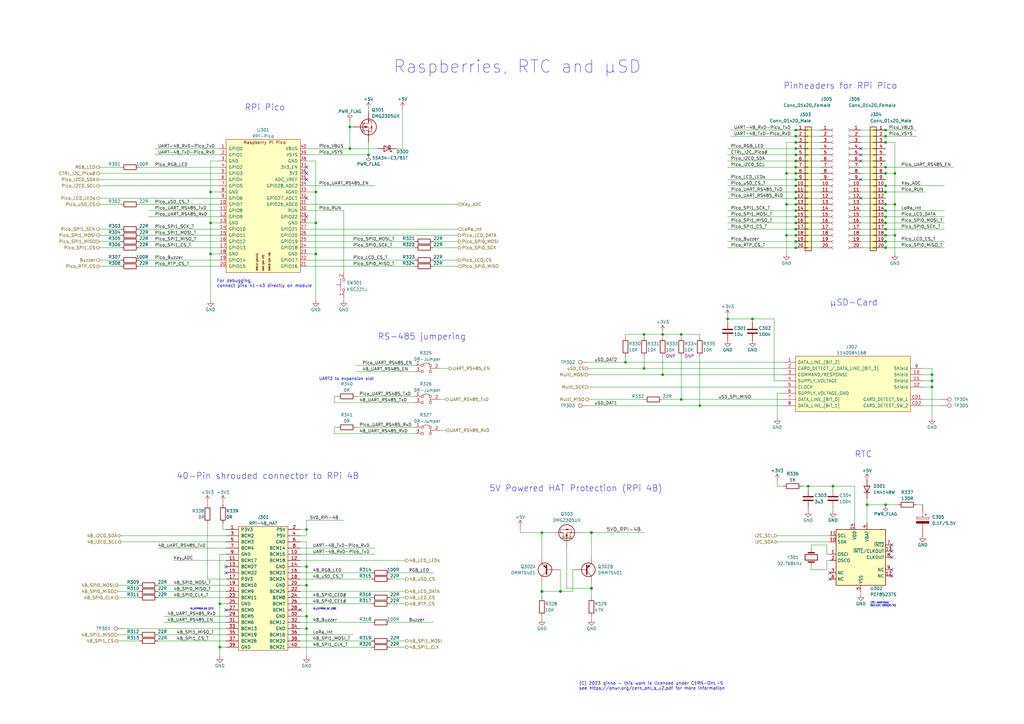
<source format=kicad_sch>
(kicad_sch (version 20211123) (generator eeschema)
  (paper "A3")
  (title_block (title "qEdge-UI") (date "06.02.2023") (rev "V1.0.0") (company "(C) 2023 qinno") (comment 1 "CYA") (comment 2 "17.02.2023") (comment 3 "MSC") (comment 4 "17.02.2023") (comment 5 "RWO") (comment 6 "-") (comment 7 "V1.0.0"))
  (lib_symbols
    (symbol "0603_3-pin-Jumper_1" (pin_names (offset 0) hide)
      (property "Reference" "JP" (at 1.27 -5.715 0))
      (property "Value" "0603_3-pin-Jumper_1" (at 10.16 -7.62 0))
      (symbol "0603_3-pin-Jumper_1_1_1"
        (pin passive line (at 0 0 0) (length 2.54) (name "A") (number "1"))
        (pin passive line (at 10.16 -1.27 180) (length 2.54) (name "B") (number "2"))
        (pin passive line (at 0 -2.54 0) (length 2.54) (name "C") (number "3"))
      )
    )
    (symbol "0603_3-pin-Jumper_2" (pin_names (offset 0) hide)
      (property "Reference" "JP" (at 1.27 -5.715 0))
      (property "Value" "0603_3-pin-Jumper_2" (at 10.16 -7.62 0))
      (symbol "0603_3-pin-Jumper_2_1_1"
        (pin passive line (at 0 0 0) (length 2.54) (name "A") (number "1"))
        (pin passive line (at 10.16 -1.27 180) (length 2.54) (name "B") (number "2"))
        (pin passive line (at 0 -2.54 0) (length 2.54) (name "C") (number "3"))
      )
    )
    (symbol "Connector:Conn_01x20_Female" (pin_names (offset 1.016) hide)
      (property "Reference" "J" (at 0 25.4 0))
      (property "Value" "Conn_01x20_Female" (at 0 -27.94 0))
      (symbol "Conn_01x20_Female_1_1"
        (pin passive line (at -5.08 22.86 0) (length 3.81) (name "Pin_1") (number "1"))
        (pin passive line (at -5.08 0 0) (length 3.81) (name "Pin_10") (number "10"))
        (pin passive line (at -5.08 -2.54 0) (length 3.81) (name "Pin_11") (number "11"))
        (pin passive line (at -5.08 -5.08 0) (length 3.81) (name "Pin_12") (number "12"))
        (pin passive line (at -5.08 -7.62 0) (length 3.81) (name "Pin_13") (number "13"))
        (pin passive line (at -5.08 -10.16 0) (length 3.81) (name "Pin_14") (number "14"))
        (pin passive line (at -5.08 -12.7 0) (length 3.81) (name "Pin_15") (number "15"))
        (pin passive line (at -5.08 -15.24 0) (length 3.81) (name "Pin_16") (number "16"))
        (pin passive line (at -5.08 -17.78 0) (length 3.81) (name "Pin_17") (number "17"))
        (pin passive line (at -5.08 -20.32 0) (length 3.81) (name "Pin_18") (number "18"))
        (pin passive line (at -5.08 -22.86 0) (length 3.81) (name "Pin_19") (number "19"))
        (pin passive line (at -5.08 20.32 0) (length 3.81) (name "Pin_2") (number "2"))
        (pin passive line (at -5.08 -25.4 0) (length 3.81) (name "Pin_20") (number "20"))
        (pin passive line (at -5.08 17.78 0) (length 3.81) (name "Pin_3") (number "3"))
        (pin passive line (at -5.08 15.24 0) (length 3.81) (name "Pin_4") (number "4"))
        (pin passive line (at -5.08 12.7 0) (length 3.81) (name "Pin_5") (number "5"))
        (pin passive line (at -5.08 10.16 0) (length 3.81) (name "Pin_6") (number "6"))
        (pin passive line (at -5.08 7.62 0) (length 3.81) (name "Pin_7") (number "7"))
        (pin passive line (at -5.08 5.08 0) (length 3.81) (name "Pin_8") (number "8"))
        (pin passive line (at -5.08 2.54 0) (length 3.81) (name "Pin_9") (number "9"))
      )
    )
    (symbol "Connector:TestPoint" (pin_numbers hide) (pin_names (offset 0.762) hide)
      (property "Reference" "TP" (at 0 6.858 0))
      (property "Value" "TestPoint" (at 0 5.08 0))
      (symbol "TestPoint_1_1"
        (pin passive line (at 0 0 90) (length 2.54) (name "1") (number "1"))
      )
    )
    (symbol "Connector_Generic:Conn_01x20" (pin_names (offset 1.016) hide)
      (property "Reference" "J" (at 0 25.4 0))
      (property "Value" "Conn_01x20" (at 0 -27.94 0))
      (symbol "Conn_01x20_1_1"
        (pin passive line (at -5.08 22.86 0) (length 3.81) (name "Pin_1") (number "1"))
        (pin passive line (at -5.08 0 0) (length 3.81) (name "Pin_10") (number "10"))
        (pin passive line (at -5.08 -2.54 0) (length 3.81) (name "Pin_11") (number "11"))
        (pin passive line (at -5.08 -5.08 0) (length 3.81) (name "Pin_12") (number "12"))
        (pin passive line (at -5.08 -7.62 0) (length 3.81) (name "Pin_13") (number "13"))
        (pin passive line (at -5.08 -10.16 0) (length 3.81) (name "Pin_14") (number "14"))
        (pin passive line (at -5.08 -12.7 0) (length 3.81) (name "Pin_15") (number "15"))
        (pin passive line (at -5.08 -15.24 0) (length 3.81) (name "Pin_16") (number "16"))
        (pin passive line (at -5.08 -17.78 0) (length 3.81) (name "Pin_17") (number "17"))
        (pin passive line (at -5.08 -20.32 0) (length 3.81) (name "Pin_18") (number "18"))
        (pin passive line (at -5.08 -22.86 0) (length 3.81) (name "Pin_19") (number "19"))
        (pin passive line (at -5.08 20.32 0) (length 3.81) (name "Pin_2") (number "2"))
        (pin passive line (at -5.08 -25.4 0) (length 3.81) (name "Pin_20") (number "20"))
        (pin passive line (at -5.08 17.78 0) (length 3.81) (name "Pin_3") (number "3"))
        (pin passive line (at -5.08 15.24 0) (length 3.81) (name "Pin_4") (number "4"))
        (pin passive line (at -5.08 12.7 0) (length 3.81) (name "Pin_5") (number "5"))
        (pin passive line (at -5.08 10.16 0) (length 3.81) (name "Pin_6") (number "6"))
        (pin passive line (at -5.08 7.62 0) (length 3.81) (name "Pin_7") (number "7"))
        (pin passive line (at -5.08 5.08 0) (length 3.81) (name "Pin_8") (number "8"))
        (pin passive line (at -5.08 2.54 0) (length 3.81) (name "Pin_9") (number "9"))
      )
    )
    (symbol "DMG2305UX_1" (pin_numbers hide) (pin_names (offset 0) hide)
      (property "Reference" "Q" (at -2.54 3.81 0))
      (property "Value" "DMG2305UX_1" (at 15.875 4.445 0))
      (symbol "DMG2305UX_1_1_1"
        (pin input line (at -6.35 0 0) (length 3.81) (name "G") (number "1"))
        (pin passive line (at 0 -6.35 90) (length 3.81) (name "S") (number "2"))
        (pin passive line (at 0 6.35 270) (length 3.81) (name "D") (number "3"))
      )
    )
    (symbol "DMMT5401_1" (pin_numbers hide) (pin_names (offset 0) hide)
      (property "Reference" "Q" (at 5.08 1.905 0))
      (property "Value" "DMMT5401_1" (at 5.08 0 0))
      (symbol "DMMT5401_1_1_1"
        (pin passive line (at 2.54 5.08 270) (length 2.54) (name "C") (number "1"))
        (pin input line (at -5.08 0 0) (length 5.08) (name "B") (number "2"))
        (pin passive line (at 2.54 -5.08 90) (length 2.54) (name "E") (number "6"))
      )
      (symbol "DMMT5401_1_2_1"
        (pin input line (at -5.08 0 0) (length 5.08) (name "B") (number "3"))
        (pin passive line (at 2.54 5.08 270) (length 2.54) (name "C") (number "4"))
        (pin passive line (at 2.54 -5.08 90) (length 2.54) (name "E") (number "5"))
      )
    )
    (symbol "Device:C" (pin_numbers hide) (pin_names (offset 0.254))
      (property "Reference" "C" (at 0.635 2.54 0))
      (property "Value" "C" (at 0.635 -2.54 0))
      (symbol "C_1_1"
        (pin passive line (at 0 3.81 270) (length 2.794) (name "~") (number "1"))
        (pin passive line (at 0 -3.81 90) (length 2.794) (name "~") (number "2"))
      )
    )
    (symbol "Device:Crystal" (pin_numbers hide) (pin_names (offset 1.016) hide)
      (property "Reference" "Y" (at 0 3.81 0))
      (property "Value" "Crystal" (at 0 -3.81 0))
      (symbol "Crystal_1_1"
        (pin passive line (at -3.81 0 0) (length 1.27) (name "1") (number "1"))
        (pin passive line (at 3.81 0 180) (length 1.27) (name "2") (number "2"))
      )
    )
    (symbol "Device:D_Schottky" (pin_numbers hide) (pin_names (offset 1.016) hide)
      (property "Reference" "D" (at 0 2.54 0))
      (property "Value" "D_Schottky" (at 0 -2.54 0))
      (symbol "D_Schottky_1_1"
        (pin passive line (at -3.81 0 0) (length 2.54) (name "K") (number "1"))
        (pin passive line (at 3.81 0 180) (length 2.54) (name "A") (number "2"))
      )
    )
    (symbol "Device:R" (pin_numbers hide) (pin_names (offset 0))
      (property "Reference" "R" (at 2.032 0 90))
      (property "Value" "R" (at 0 0 90))
      (symbol "R_1_1"
        (pin passive line (at 0 3.81 270) (length 1.27) (name "~") (number "1"))
        (pin passive line (at 0 -3.81 90) (length 1.27) (name "~") (number "2"))
      )
    )
    (symbol "Diode:1N4148W" (pin_numbers hide) (pin_names (offset 1.016) hide)
      (property "Reference" "D" (at 0 2.54 0))
      (property "Value" "1N4148W" (at 0 -2.54 0))
      (symbol "1N4148W_1_1"
        (pin passive line (at -3.81 0 0) (length 2.54) (name "K") (number "1"))
        (pin passive line (at 3.81 0 180) (length 2.54) (name "A") (number "2"))
      )
    )
    (symbol "Switch:SW_Push" (pin_names (offset 1.016) hide)
      (property "Reference" "SW" (at 1.27 2.54 0))
      (property "Value" "SW_Push" (at 0 -1.524 0))
      (symbol "SW_Push_0_1"
        (pin passive line (at -5.08 0 0) (length 2.54) (name "1") (number "1"))
        (pin passive line (at 5.08 0 180) (length 2.54) (name "2") (number "2"))
      )
    )
    (symbol "Timer_RTC:PCF8523TS"
      (property "Reference" "U302" (at 3.81 -16.51 0))
      (property "Value" "PCF8523TS" (at 3.81 -19.05 0))
      (symbol "PCF8523TS_1_1"
        (pin input line (at -12.7 -2.54 0) (length 2.54) (name "OSCI") (number "1"))
        (pin bidirectional line (at -12.7 2.54 0) (length 2.54) (name "SDA") (number "10"))
        (pin input line (at -12.7 5.08 0) (length 2.54) (name "SCL") (number "11"))
        (pin passive line (at 12.7 -11.43 180) (length 2.54) (name "NC") (number "12"))
        (pin output line (at 12.7 -1.27 180) (length 2.54) (name "~{INT1}/CLKOUT") (number "13"))
        (pin power_in line (at -2.54 10.16 270) (length 2.54) (name "VDD") (number "14"))
        (pin output line (at -12.7 -5.08 0) (length 2.54) (name "OSCO") (number "2"))
        (pin passive line (at -12.7 -10.16 0) (length 2.54) (name "NC") (number "3"))
        (pin power_in line (at 2.54 10.16 270) (length 2.54) (name "VBAT") (number "4"))
        (pin power_in line (at 0 -17.78 90) (length 2.54) (name "VSS") (number "5"))
        (pin passive line (at -12.7 -12.7 0) (length 2.54) (name "NC") (number "6"))
        (pin open_collector line (at 12.7 1.27 180) (length 2.54) (name "~{INT2}") (number "7"))
        (pin open_collector line (at 12.7 -3.81 180) (length 2.54) (name "CLKOUT") (number "8"))
        (pin passive line (at 12.7 -8.89 180) (length 2.54) (name "NC") (number "9"))
      )
    )
    (symbol "power:+3V3" (power) (pin_names (offset 0))
      (property "Value" "+3V3" (at 0 3.556 0))
      (symbol "+3V3_1_1"
        (pin power_in line (at 0 0 90) (length 0) hide (name "+3V3") (number "1"))
      )
    )
    (symbol "power:+5V" (power) (pin_names (offset 0))
      (property "Value" "+5V" (at 0 3.556 0))
      (symbol "+5V_1_1"
        (pin power_in line (at 0 0 90) (length 0) hide (name "+5V") (number "1"))
      )
    )
    (symbol "power:GND" (power) (pin_names (offset 0))
      (property "Value" "GND" (at 0 -3.81 0))
      (symbol "GND_1_1"
        (pin power_in line (at 0 0 270) (length 0) hide (name "GND") (number "1"))
      )
    )
    (symbol "power:PWR_FLAG" (power) (pin_numbers hide) (pin_names (offset 0) hide)
      (property "Value" "PWR_FLAG" (at 0 3.81 0))
      (symbol "PWR_FLAG_0_0"
        (pin power_out line (at 0 0 90) (length 0) (name "pwr") (number "1"))
      )
    )
    (symbol "qEdge-UI:0603_3-pin-Jumper" (pin_names (offset 0) hide)
      (property "Reference" "JP" (at 1.27 -5.715 0))
      (property "Value" "0603_3-pin-Jumper" (at 10.16 -7.62 0))
      (symbol "0603_3-pin-Jumper_1_1"
        (pin passive line (at 0 0 0) (length 2.54) (name "A") (number "1"))
        (pin passive line (at 10.16 -1.27 180) (length 2.54) (name "B") (number "2"))
        (pin passive line (at 0 -2.54 0) (length 2.54) (name "C") (number "3"))
      )
    )
    (symbol "qEdge-UI:1140084168" (pin_names (offset 0.762))
      (property "Reference" "J" (at 64.77 3.175 0))
      (property "Value" "1140084168" (at 64.77 0.635 0))
      (symbol "1140084168_0_0"
        (pin passive line (at 0 0 0) (length 5.08) (name "DATA_LINE_[BIT_2]") (number "1"))
        (pin passive line (at 57.15 -5.08 180) (length 5.08) (name "Shield") (number "10"))
        (pin passive line (at 57.15 -7.62 180) (length 5.08) (name "Shield") (number "11"))
        (pin passive line (at 57.15 -10.16 180) (length 5.08) (name "Shield") (number "12"))
        (pin passive line (at 0 -2.54 0) (length 5.08) (name "CARD_DETECT_/_DATA_LINE_[BIT_3]") (number "2"))
        (pin passive line (at 0 -5.08 0) (length 5.08) (name "COMMAND/RESPONSE") (number "3"))
        (pin passive line (at 0 -7.62 0) (length 5.08) (name "SUPPLY_VOLTAGE") (number "4"))
        (pin passive line (at 0 -10.16 0) (length 5.08) (name "CLOCK") (number "5"))
        (pin passive line (at 0 -12.7 0) (length 5.08) (name "SUPPLY_VOLTAGE_GND") (number "6"))
        (pin passive line (at 0 -15.24 0) (length 5.08) (name "DATA_LINE_[BIT_0]") (number "7"))
        (pin passive line (at 0 -17.78 0) (length 5.08) (name "DATA_LINE_[BIT_1]") (number "8"))
        (pin passive line (at 57.15 -2.54 180) (length 5.08) (name "Shield") (number "9"))
        (pin passive line (at 57.15 -15.24 180) (length 5.08) (name "CARD_DETECT_SW_1") (number "CD1"))
        (pin passive line (at 57.15 -17.78 180) (length 5.08) (name "CARD_DETECT_SW_2") (number "CD2"))
      )
    )
    (symbol "qEdge-UI:DMG2305UX" (pin_numbers hide) (pin_names (offset 0) hide)
      (property "Reference" "Q" (at -2.54 3.81 0))
      (property "Value" "DMG2305UX" (at 15.875 4.445 0))
      (symbol "DMG2305UX_1_1"
        (pin input line (at -6.35 0 0) (length 3.81) (name "G") (number "1"))
        (pin passive line (at 0 -6.35 90) (length 3.81) (name "S") (number "2"))
        (pin passive line (at 0 6.35 270) (length 3.81) (name "D") (number "3"))
      )
    )
    (symbol "qEdge-UI:DMMT5401" (pin_numbers hide) (pin_names (offset 0) hide)
      (property "Reference" "Q" (at 5.08 1.905 0))
      (property "Value" "DMMT5401" (at 5.08 0 0))
      (symbol "DMMT5401_1_1"
        (pin passive line (at 2.54 5.08 270) (length 2.54) (name "C") (number "1"))
        (pin input line (at -5.08 0 0) (length 5.08) (name "B") (number "2"))
        (pin passive line (at 2.54 -5.08 90) (length 2.54) (name "E") (number "6"))
      )
      (symbol "DMMT5401_2_1"
        (pin input line (at -5.08 0 0) (length 5.08) (name "B") (number "3"))
        (pin passive line (at 2.54 5.08 270) (length 2.54) (name "C") (number "4"))
        (pin passive line (at 2.54 -5.08 90) (length 2.54) (name "E") (number "5"))
      )
    )
    (symbol "qEdge-UI:DX-5R5H104U" (pin_numbers hide) (pin_names (offset 0.762) hide)
      (property "Reference" "C" (at 8.89 6.35 0))
      (property "Value" "DX-5R5H104U" (at 8.89 3.81 0))
      (symbol "DX-5R5H104U_0_0"
        (pin passive line (at 12.7 0 180) (length 2.54) (name "~") (number "1"))
        (pin passive line (at 0 0 0) (length 2.54) (name "~") (number "2"))
      )
    )
    (symbol "qEdge-UI:RPi-4B_HAT" (pin_names (offset 1.016))
      (property "Reference" "J" (at 8.89 2.54 0))
      (property "Value" "RPi-4B_HAT" (at -7.62 2.54 0))
      (symbol "RPi-4B_HAT_1_1"
        (pin bidirectional line (at -15.24 0 0) (length 5.08) (name "P3V3") (number "1"))
        (pin bidirectional line (at 15.24 -10.16 180) (length 5.08) (name "BCM15") (number "10"))
        (pin bidirectional line (at -15.24 -12.7 0) (length 5.08) (name "BCM17") (number "11"))
        (pin bidirectional line (at 15.24 -12.7 180) (length 5.08) (name "BCM18") (number "12"))
        (pin bidirectional line (at -15.24 -15.24 0) (length 5.08) (name "BCM27") (number "13"))
        (pin bidirectional line (at 15.24 -15.24 180) (length 5.08) (name "GND") (number "14"))
        (pin bidirectional line (at -15.24 -17.78 0) (length 5.08) (name "BCM22") (number "15"))
        (pin bidirectional line (at 15.24 -17.78 180) (length 5.08) (name "BCM23") (number "16"))
        (pin bidirectional line (at -15.24 -20.32 0) (length 5.08) (name "P3V3") (number "17"))
        (pin bidirectional line (at 15.24 -20.32 180) (length 5.08) (name "BCM24") (number "18"))
        (pin bidirectional line (at -15.24 -22.86 0) (length 5.08) (name "BCM10") (number "19"))
        (pin bidirectional line (at 15.24 0 180) (length 5.08) (name "P5V") (number "2"))
        (pin bidirectional line (at 15.24 -22.86 180) (length 5.08) (name "GND") (number "20"))
        (pin bidirectional line (at -15.24 -25.4 0) (length 5.08) (name "BCM9") (number "21"))
        (pin bidirectional line (at 15.24 -25.4 180) (length 5.08) (name "BCM25") (number "22"))
        (pin bidirectional line (at -15.24 -27.94 0) (length 5.08) (name "BCM11") (number "23"))
        (pin bidirectional line (at 15.24 -27.94 180) (length 5.08) (name "BCM8") (number "24"))
        (pin bidirectional line (at -15.24 -30.48 0) (length 5.08) (name "GND") (number "25"))
        (pin bidirectional line (at 15.24 -30.48 180) (length 5.08) (name "BCM7") (number "26"))
        (pin bidirectional line (at -15.24 -33.02 0) (length 5.08) (name "BCM0") (number "27"))
        (pin bidirectional line (at 15.24 -33.02 180) (length 5.08) (name "BCM1") (number "28"))
        (pin bidirectional line (at -15.24 -35.56 0) (length 5.08) (name "BCM5") (number "29"))
        (pin bidirectional line (at -15.24 -2.54 0) (length 5.08) (name "BCM2") (number "3"))
        (pin bidirectional line (at 15.24 -35.56 180) (length 5.08) (name "GND") (number "30"))
        (pin bidirectional line (at -15.24 -38.1 0) (length 5.08) (name "BCM6") (number "31"))
        (pin bidirectional line (at 15.24 -38.1 180) (length 5.08) (name "BCM12") (number "32"))
        (pin bidirectional line (at -15.24 -40.64 0) (length 5.08) (name "BCM13") (number "33"))
        (pin bidirectional line (at 15.24 -40.64 180) (length 5.08) (name "GND") (number "34"))
        (pin bidirectional line (at -15.24 -43.18 0) (length 5.08) (name "BCM19") (number "35"))
        (pin bidirectional line (at 15.24 -43.18 180) (length 5.08) (name "BCM16") (number "36"))
        (pin bidirectional line (at -15.24 -45.72 0) (length 5.08) (name "BCM26") (number "37"))
        (pin bidirectional line (at 15.24 -45.72 180) (length 5.08) (name "BCM20") (number "38"))
        (pin bidirectional line (at -15.24 -48.26 0) (length 5.08) (name "GND") (number "39"))
        (pin bidirectional line (at 15.24 -2.54 180) (length 5.08) (name "P5V") (number "4"))
        (pin bidirectional line (at 15.24 -48.26 180) (length 5.08) (name "BCM21") (number "40"))
        (pin bidirectional line (at -15.24 -5.08 0) (length 5.08) (name "BCM3") (number "5"))
        (pin bidirectional line (at 15.24 -5.08 180) (length 5.08) (name "GND") (number "6"))
        (pin bidirectional line (at -15.24 -7.62 0) (length 5.08) (name "BCM4") (number "7"))
        (pin bidirectional line (at 15.24 -7.62 180) (length 5.08) (name "BCM14") (number "8"))
        (pin bidirectional line (at -15.24 -10.16 0) (length 5.08) (name "GND") (number "9"))
      )
    )
    (symbol "qEdge-UI:RPi-Pico" (pin_names (offset 1.016))
      (property "Reference" "U" (at -14.605 31.115 0))
      (property "Value" "RPi-Pico" (at -10.795 29.21 0))
      (symbol "RPi-Pico_0_0"
        (text "GND (pin 42)" (at 0 -26.035 900) (effects (font (size 0.64 0.64)) (justify left)))
        (text "Raspberry Pi Pico" (at 0.635 26.67 0) (effects (font (size 1.27 1.27))))
        (text "SWCLK (pin41)" (at -2.54 -26.035 900) (effects (font (size 0.64 0.64)) (justify left)))
        (text "SWDIO (pin 43)" (at 2.54 -26.035 900) (effects (font (size 0.64 0.64)) (justify left)))
      )
      (symbol "RPi-Pico_1_1"
        (pin bidirectional line (at -17.78 24.13 0) (length 2.54) (name "GPIO0") (number "1"))
        (pin bidirectional line (at -17.78 1.27 0) (length 2.54) (name "GPIO7") (number "10"))
        (pin bidirectional line (at -17.78 -1.27 0) (length 2.54) (name "GPIO8") (number "11"))
        (pin bidirectional line (at -17.78 -3.81 0) (length 2.54) (name "GPIO9") (number "12"))
        (pin power_in line (at -17.78 -6.35 0) (length 2.54) (name "GND") (number "13"))
        (pin bidirectional line (at -17.78 -8.89 0) (length 2.54) (name "GPIO10") (number "14"))
        (pin bidirectional line (at -17.78 -11.43 0) (length 2.54) (name "GPIO11") (number "15"))
        (pin bidirectional line (at -17.78 -13.97 0) (length 2.54) (name "GPIO12") (number "16"))
        (pin bidirectional line (at -17.78 -16.51 0) (length 2.54) (name "GPIO13") (number "17"))
        (pin power_in line (at -17.78 -19.05 0) (length 2.54) (name "GND") (number "18"))
        (pin bidirectional line (at -17.78 -21.59 0) (length 2.54) (name "GPIO14") (number "19"))
        (pin bidirectional line (at -17.78 21.59 0) (length 2.54) (name "GPIO1") (number "2"))
        (pin bidirectional line (at -17.78 -24.13 0) (length 2.54) (name "GPIO15") (number "20"))
        (pin bidirectional line (at 17.78 -24.13 180) (length 2.54) (name "GPIO16") (number "21"))
        (pin bidirectional line (at 17.78 -21.59 180) (length 2.54) (name "GPIO17") (number "22"))
        (pin power_in line (at 17.78 -19.05 180) (length 2.54) (name "GND") (number "23"))
        (pin bidirectional line (at 17.78 -16.51 180) (length 2.54) (name "GPIO18") (number "24"))
        (pin bidirectional line (at 17.78 -13.97 180) (length 2.54) (name "GPIO19") (number "25"))
        (pin bidirectional line (at 17.78 -11.43 180) (length 2.54) (name "GPIO20") (number "26"))
        (pin bidirectional line (at 17.78 -8.89 180) (length 2.54) (name "GPIO21") (number "27"))
        (pin power_in line (at 17.78 -6.35 180) (length 2.54) (name "GND") (number "28"))
        (pin bidirectional line (at 17.78 -3.81 180) (length 2.54) (name "GPIO22") (number "29"))
        (pin power_in line (at -17.78 19.05 0) (length 2.54) (name "GND") (number "3"))
        (pin input line (at 17.78 -1.27 180) (length 2.54) (name "RUN") (number "30"))
        (pin bidirectional line (at 17.78 1.27 180) (length 2.54) (name "GPIO26_ADC0") (number "31"))
        (pin bidirectional line (at 17.78 3.81 180) (length 2.54) (name "GPIO27_ADC1") (number "32"))
        (pin power_in line (at 17.78 6.35 180) (length 2.54) (name "AGND") (number "33"))
        (pin bidirectional line (at 17.78 8.89 180) (length 2.54) (name "GPIO28_ADC2") (number "34"))
        (pin power_in line (at 17.78 11.43 180) (length 2.54) (name "ADC_VREF") (number "35"))
        (pin power_in line (at 17.78 13.97 180) (length 2.54) (name "3V3") (number "36"))
        (pin input line (at 17.78 16.51 180) (length 2.54) (name "3V3_EN") (number "37"))
        (pin bidirectional line (at 17.78 19.05 180) (length 2.54) (name "GND") (number "38"))
        (pin power_in line (at 17.78 21.59 180) (length 2.54) (name "VSYS") (number "39"))
        (pin bidirectional line (at -17.78 16.51 0) (length 2.54) (name "GPIO2") (number "4"))
        (pin power_in line (at 17.78 24.13 180) (length 2.54) (name "VBUS") (number "40"))
        (pin bidirectional line (at -17.78 13.97 0) (length 2.54) (name "GPIO3") (number "5"))
        (pin bidirectional line (at -17.78 11.43 0) (length 2.54) (name "GPIO4") (number "6"))
        (pin bidirectional line (at -17.78 8.89 0) (length 2.54) (name "GPIO5") (number "7"))
        (pin power_in line (at -17.78 6.35 0) (length 2.54) (name "GND") (number "8"))
        (pin bidirectional line (at -17.78 3.81 0) (length 2.54) (name "GPIO6") (number "9"))
      )
    )
  )
  (junction (at 279.4 163.83))
  (junction (at 326.39 88.9))
  (junction (at 298.45 130.81))
  (junction (at 326.39 60.96))
  (junction (at 382.27 156.21))
  (junction (at 326.39 76.2))
  (junction (at 256.54 148.59))
  (junction (at 326.39 73.66))
  (junction (at 363.22 86.36))
  (junction (at 90.17 247.65))
  (junction (at 125.73 232.41))
  (junction (at 363.22 58.42))
  (junction (at 363.22 71.12))
  (junction (at 363.22 68.58))
  (junction (at 363.22 53.34))
  (junction (at 125.73 240.03))
  (junction (at 86.36 78.74))
  (junction (at 229.87 242.57) (diameter 1.016))
  (junction (at 271.78 137.16))
  (junction (at 90.17 265.43))
  (junction (at 326.39 86.36))
  (junction (at 326.39 53.34))
  (junction (at 222.25 242.57) (diameter 1.016))
  (junction (at 326.39 68.58))
  (junction (at 363.22 78.74))
  (junction (at 125.73 217.17))
  (junction (at 326.39 66.04))
  (junction (at 125.73 252.73))
  (junction (at 129.54 78.74))
  (junction (at 363.22 91.44))
  (junction (at 326.39 81.28))
  (junction (at 222.25 218.44))
  (junction (at 326.39 91.44))
  (junction (at 363.22 93.98))
  (junction (at 331.47 199.39))
  (junction (at 363.22 55.88))
  (junction (at 363.22 96.52))
  (junction (at 271.78 153.67))
  (junction (at 129.54 104.14))
  (junction (at 326.39 93.98))
  (junction (at 382.27 158.75))
  (junction (at 287.02 166.37))
  (junction (at 143.51 60.96))
  (junction (at 326.39 71.12))
  (junction (at 355.6 207.01))
  (junction (at 264.16 151.13))
  (junction (at 322.58 83.82))
  (junction (at 367.03 83.82))
  (junction (at 326.39 78.74))
  (junction (at 326.39 101.6))
  (junction (at 326.39 83.82))
  (junction (at 326.39 63.5))
  (junction (at 86.36 104.14))
  (junction (at 125.73 257.81))
  (junction (at 363.22 99.06))
  (junction (at 151.13 63.5))
  (junction (at 129.54 91.44))
  (junction (at 242.57 218.44) (diameter 1.016))
  (junction (at 308.61 130.81))
  (junction (at 363.22 76.2))
  (junction (at 264.16 137.16))
  (junction (at 367.03 71.12))
  (junction (at 363.22 88.9))
  (junction (at 363.22 207.01))
  (junction (at 326.39 55.88))
  (junction (at 363.22 83.82))
  (junction (at 279.4 137.16))
  (junction (at 86.36 91.44))
  (junction (at 322.58 71.12))
  (junction (at 322.58 96.52))
  (junction (at 382.27 153.67))
  (junction (at 242.57 241.3) (diameter 1.016))
  (junction (at 341.63 199.39))
  (junction (at 326.39 96.52))
  (junction (at 367.03 96.52))
  (junction (at 326.39 99.06))
  (junction (at 143.51 52.07))
  (junction (at 363.22 101.6))
  (junction (at 326.39 58.42))
  (no_connect (at 125.73 81.28))
  (no_connect (at 123.19 250.19))
  (no_connect (at 92.71 250.19))
  (no_connect (at 365.76 223.52))
  (no_connect (at 365.76 228.6))
  (no_connect (at 365.76 226.06))
  (no_connect (at 92.71 232.41))
  (no_connect (at 340.36 234.95))
  (no_connect (at 340.36 237.49))
  (no_connect (at 365.76 233.68))
  (no_connect (at 365.76 236.22))
  (no_connect (at 353.06 73.66))
  (no_connect (at 353.06 66.04))
  (no_connect (at 92.71 234.95))
  (no_connect (at 353.06 60.96))
  (no_connect (at 353.06 81.28))
  (no_connect (at 353.06 63.5))
  (no_connect (at 125.73 68.58))
  (no_connect (at 125.73 71.12))
  (no_connect (at 125.73 73.66))
  (no_connect (at 125.73 88.9))
  (wire (pts (xy 48.26 262.89) (xy 57.15 262.89)))
  (wire (pts (xy 321.31 166.37) (xy 287.02 166.37)))
  (wire (pts (xy 241.3 153.67) (xy 271.78 153.67)))
  (wire (pts (xy 308.61 130.81) (xy 308.61 132.08)))
  (wire (pts (xy 86.36 91.44) (xy 90.17 91.44)))
  (wire (pts (xy 63.5 63.5) (xy 90.17 63.5)))
  (wire (pts (xy 353.06 73.66) (xy 363.22 73.66)))
  (wire (pts (xy 123.19 262.89) (xy 152.4 262.89)))
  (wire (pts (xy 318.77 196.85) (xy 318.77 199.39)))
  (wire (pts (xy 378.46 207.01) (xy 378.46 209.55)))
  (wire (pts (xy 40.64 68.58) (xy 49.53 68.58)))
  (wire (pts (xy 363.22 55.88) (xy 375.92 55.88)))
  (wire (pts (xy 49.53 219.71) (xy 92.71 219.71)))
  (wire (pts (xy 242.57 238.76) (xy 242.57 241.3)))
  (wire (pts (xy 256.54 137.16) (xy 256.54 138.43)))
  (wire (pts (xy 222.25 242.57) (xy 222.25 245.11)))
  (wire (pts (xy 363.22 53.34) (xy 375.92 53.34)))
  (wire (pts (xy 317.5 130.81) (xy 317.5 156.21)))
  (wire (pts (xy 331.47 209.55) (xy 331.47 208.28)))
  (wire (pts (xy 213.36 215.9) (xy 213.36 218.44)))
  (wire (pts (xy 326.39 66.04) (xy 336.55 66.04)))
  (wire (pts (xy 143.51 52.07) (xy 144.78 52.07)))
  (wire (pts (xy 57.15 106.68) (xy 90.17 106.68)))
  (wire (pts (xy 182.88 163.83) (xy 180.34 163.83)))
  (wire (pts (xy 86.36 104.14) (xy 86.36 123.19)))
  (wire (pts (xy 378.46 166.37) (xy 386.08 166.37)))
  (wire (pts (xy 123.19 247.65) (xy 152.4 247.65)))
  (wire (pts (xy 177.8 109.22) (xy 187.96 109.22)))
  (wire (pts (xy 123.19 227.33) (xy 153.67 227.33)))
  (wire (pts (xy 321.31 161.29) (xy 318.77 161.29)))
  (wire (pts (xy 353.06 58.42) (xy 363.22 58.42)))
  (wire (pts (xy 123.19 265.43) (xy 152.4 265.43)))
  (wire (pts (xy 298.45 76.2) (xy 326.39 76.2)))
  (wire (pts (xy 339.09 229.87) (xy 340.36 229.87)))
  (wire (pts (xy 367.03 96.52) (xy 367.03 104.14)))
  (wire (pts (xy 375.92 207.01) (xy 378.46 207.01)))
  (wire (pts (xy 229.87 242.57) (xy 234.95 242.57)))
  (wire (pts (xy 222.25 242.57) (xy 229.87 242.57)))
  (wire (pts (xy 129.54 91.44) (xy 129.54 104.14)))
  (wire (pts (xy 298.45 129.54) (xy 298.45 130.81)))
  (wire (pts (xy 382.27 158.75) (xy 382.27 171.45)))
  (wire (pts (xy 48.26 245.11) (xy 57.15 245.11)))
  (wire (pts (xy 326.39 71.12) (xy 336.55 71.12)))
  (wire (pts (xy 140.97 86.36) (xy 140.97 111.76)))
  (wire (pts (xy 341.63 199.39) (xy 341.63 200.66)))
  (wire (pts (xy 125.73 109.22) (xy 170.18 109.22)))
  (wire (pts (xy 256.54 148.59) (xy 256.54 146.05)))
  (wire (pts (xy 50.8 257.81) (xy 92.71 257.81)))
  (wire (pts (xy 86.36 104.14) (xy 90.17 104.14)))
  (wire (pts (xy 341.63 199.39) (xy 350.52 199.39)))
  (wire (pts (xy 92.71 265.43) (xy 90.17 265.43)))
  (wire (pts (xy 321.31 148.59) (xy 256.54 148.59)))
  (wire (pts (xy 241.3 151.13) (xy 264.16 151.13)))
  (wire (pts (xy 326.39 78.74) (xy 336.55 78.74)))
  (wire (pts (xy 363.22 99.06) (xy 387.35 99.06)))
  (wire (pts (xy 279.4 137.16) (xy 279.4 138.43)))
  (wire (pts (xy 140.97 213.36) (xy 125.73 213.36)))
  (wire (pts (xy 125.73 78.74) (xy 129.54 78.74)))
  (wire (pts (xy 213.36 218.44) (xy 222.25 218.44)))
  (wire (pts (xy 125.73 76.2) (xy 153.67 76.2)))
  (wire (pts (xy 48.26 240.03) (xy 57.15 240.03)))
  (wire (pts (xy 92.71 227.33) (xy 90.17 227.33)))
  (wire (pts (xy 353.06 76.2) (xy 363.22 76.2)))
  (wire (pts (xy 298.45 86.36) (xy 326.39 86.36)))
  (wire (pts (xy 90.17 247.65) (xy 90.17 265.43)))
  (wire (pts (xy 222.25 228.6) (xy 222.25 218.44)))
  (wire (pts (xy 298.45 101.6) (xy 326.39 101.6)))
  (wire (pts (xy 137.16 177.8) (xy 170.18 177.8)))
  (wire (pts (xy 160.02 262.89) (xy 166.37 262.89)))
  (wire (pts (xy 298.45 63.5) (xy 326.39 63.5)))
  (wire (pts (xy 67.31 255.27) (xy 92.71 255.27)))
  (wire (pts (xy 322.58 96.52) (xy 322.58 104.14)))
  (wire (pts (xy 287.02 137.16) (xy 279.4 137.16)))
  (wire (pts (xy 125.73 217.17) (xy 123.19 217.17)))
  (wire (pts (xy 123.19 229.87) (xy 166.37 229.87)))
  (wire (pts (xy 92.71 217.17) (xy 91.44 217.17)))
  (wire (pts (xy 363.22 58.42) (xy 367.03 58.42)))
  (wire (pts (xy 123.19 237.49) (xy 152.4 237.49)))
  (wire (pts (xy 177.8 99.06) (xy 187.96 99.06)))
  (wire (pts (xy 123.19 222.25) (xy 125.73 222.25)))
  (wire (pts (xy 123.19 255.27) (xy 152.4 255.27)))
  (wire (pts (xy 328.93 199.39) (xy 331.47 199.39)))
  (wire (pts (xy 382.27 156.21) (xy 382.27 158.75)))
  (wire (pts (xy 318.77 219.71) (xy 340.36 219.71)))
  (wire (pts (xy 40.64 71.12) (xy 90.17 71.12)))
  (wire (pts (xy 60.96 88.9) (xy 90.17 88.9)))
  (wire (pts (xy 331.47 199.39) (xy 341.63 199.39)))
  (wire (pts (xy 299.72 55.88) (xy 326.39 55.88)))
  (wire (pts (xy 322.58 83.82) (xy 322.58 96.52)))
  (wire (pts (xy 125.73 101.6) (xy 170.18 101.6)))
  (wire (pts (xy 367.03 58.42) (xy 367.03 71.12)))
  (wire (pts (xy 129.54 66.04) (xy 129.54 78.74)))
  (wire (pts (xy 341.63 209.55) (xy 341.63 208.28)))
  (wire (pts (xy 123.19 260.35) (xy 144.78 260.35)))
  (wire (pts (xy 378.46 153.67) (xy 382.27 153.67)))
  (wire (pts (xy 363.22 78.74) (xy 379.73 78.74)))
  (wire (pts (xy 353.06 63.5) (xy 363.22 63.5)))
  (wire (pts (xy 322.58 58.42) (xy 326.39 58.42)))
  (wire (pts (xy 129.54 78.74) (xy 129.54 91.44)))
  (wire (pts (xy 123.19 240.03) (xy 125.73 240.03)))
  (wire (pts (xy 123.19 252.73) (xy 125.73 252.73)))
  (wire (pts (xy 353.06 60.96) (xy 363.22 60.96)))
  (wire (pts (xy 378.46 158.75) (xy 382.27 158.75)))
  (wire (pts (xy 241.3 163.83) (xy 264.16 163.83)))
  (wire (pts (xy 63.5 60.96) (xy 90.17 60.96)))
  (wire (pts (xy 125.73 213.36) (xy 125.73 217.17)))
  (wire (pts (xy 125.73 240.03) (xy 125.73 252.73)))
  (wire (pts (xy 160.02 245.11) (xy 166.37 245.11)))
  (wire (pts (xy 129.54 104.14) (xy 129.54 123.19)))
  (wire (pts (xy 40.64 83.82) (xy 49.53 83.82)))
  (wire (pts (xy 353.06 96.52) (xy 363.22 96.52)))
  (wire (pts (xy 321.31 153.67) (xy 271.78 153.67)))
  (wire (pts (xy 326.39 99.06) (xy 336.55 99.06)))
  (wire (pts (xy 137.16 177.8) (xy 137.16 175.26)))
  (wire (pts (xy 242.57 241.3) (xy 242.57 245.11)))
  (wire (pts (xy 165.1 44.45) (xy 165.1 60.96)))
  (wire (pts (xy 363.22 68.58) (xy 391.16 68.58)))
  (wire (pts (xy 125.73 252.73) (xy 125.73 257.81)))
  (wire (pts (xy 40.64 73.66) (xy 90.17 73.66)))
  (wire (pts (xy 378.46 163.83) (xy 386.08 163.83)))
  (wire (pts (xy 326.39 60.96) (xy 336.55 60.96)))
  (wire (pts (xy 91.44 207.01) (xy 91.44 205.74)))
  (wire (pts (xy 146.05 149.86) (xy 170.18 149.86)))
  (wire (pts (xy 321.31 163.83) (xy 279.4 163.83)))
  (wire (pts (xy 353.06 81.28) (xy 363.22 81.28)))
  (wire (pts (xy 298.45 81.28) (xy 326.39 81.28)))
  (wire (pts (xy 238.76 218.44) (xy 242.57 218.44)))
  (wire (pts (xy 146.05 152.4) (xy 170.18 152.4)))
  (wire (pts (xy 40.64 109.22) (xy 49.53 109.22)))
  (wire (pts (xy 40.64 93.98) (xy 49.53 93.98)))
  (wire (pts (xy 353.06 55.88) (xy 363.22 55.88)))
  (wire (pts (xy 123.19 257.81) (xy 125.73 257.81)))
  (wire (pts (xy 234.95 242.57) (xy 234.95 233.68)))
  (wire (pts (xy 326.39 101.6) (xy 336.55 101.6)))
  (wire (pts (xy 123.19 219.71) (xy 125.73 219.71)))
  (wire (pts (xy 146.05 175.26) (xy 170.18 175.26)))
  (wire (pts (xy 326.39 91.44) (xy 336.55 91.44)))
  (wire (pts (xy 86.36 66.04) (xy 86.36 78.74)))
  (wire (pts (xy 180.34 151.13) (xy 184.15 151.13)))
  (wire (pts (xy 177.8 106.68) (xy 187.96 106.68)))
  (wire (pts (xy 137.16 165.1) (xy 170.18 165.1)))
  (wire (pts (xy 382.27 151.13) (xy 378.46 151.13)))
  (wire (pts (xy 326.39 83.82) (xy 336.55 83.82)))
  (wire (pts (xy 143.51 49.53) (xy 143.51 52.07)))
  (wire (pts (xy 339.09 223.52) (xy 332.74 223.52)))
  (wire (pts (xy 160.02 255.27) (xy 177.8 255.27)))
  (wire (pts (xy 353.06 68.58) (xy 363.22 68.58)))
  (wire (pts (xy 326.39 63.5) (xy 336.55 63.5)))
  (wire (pts (xy 86.36 91.44) (xy 86.36 104.14)))
  (wire (pts (xy 160.02 265.43) (xy 166.37 265.43)))
  (wire (pts (xy 367.03 83.82) (xy 367.03 96.52)))
  (wire (pts (xy 60.96 86.36) (xy 90.17 86.36)))
  (wire (pts (xy 49.53 222.25) (xy 92.71 222.25)))
  (wire (pts (xy 57.15 93.98) (xy 90.17 93.98)))
  (wire (pts (xy 85.09 207.01) (xy 85.09 205.74)))
  (wire (pts (xy 154.94 60.96) (xy 143.51 60.96)))
  (wire (pts (xy 331.47 199.39) (xy 331.47 200.66)))
  (wire (pts (xy 271.78 153.67) (xy 271.78 146.05)))
  (wire (pts (xy 363.22 96.52) (xy 367.03 96.52)))
  (wire (pts (xy 222.25 238.76) (xy 222.25 242.57)))
  (wire (pts (xy 353.06 78.74) (xy 363.22 78.74)))
  (wire (pts (xy 57.15 96.52) (xy 90.17 96.52)))
  (wire (pts (xy 378.46 219.71) (xy 378.46 217.17)))
  (wire (pts (xy 378.46 156.21) (xy 382.27 156.21)))
  (wire (pts (xy 326.39 86.36) (xy 336.55 86.36)))
  (wire (pts (xy 353.06 99.06) (xy 363.22 99.06)))
  (wire (pts (xy 298.45 78.74) (xy 326.39 78.74)))
  (wire (pts (xy 350.52 199.39) (xy 350.52 214.63)))
  (wire (pts (xy 123.19 245.11) (xy 152.4 245.11)))
  (wire (pts (xy 326.39 55.88) (xy 336.55 55.88)))
  (wire (pts (xy 125.73 96.52) (xy 187.96 96.52)))
  (wire (pts (xy 86.36 66.04) (xy 90.17 66.04)))
  (wire (pts (xy 64.77 245.11) (xy 92.71 245.11)))
  (wire (pts (xy 125.73 86.36) (xy 140.97 86.36)))
  (wire (pts (xy 326.39 93.98) (xy 336.55 93.98)))
  (wire (pts (xy 92.71 247.65) (xy 90.17 247.65)))
  (wire (pts (xy 40.64 76.2) (xy 90.17 76.2)))
  (wire (pts (xy 40.64 96.52) (xy 49.53 96.52)))
  (wire (pts (xy 298.45 93.98) (xy 326.39 93.98)))
  (wire (pts (xy 271.78 163.83) (xy 279.4 163.83)))
  (wire (pts (xy 298.45 88.9) (xy 326.39 88.9)))
  (wire (pts (xy 363.22 91.44) (xy 387.35 91.44)))
  (wire (pts (xy 318.77 222.25) (xy 340.36 222.25)))
  (wire (pts (xy 151.13 44.45) (xy 151.13 45.72)))
  (wire (pts (xy 182.88 176.53) (xy 180.34 176.53)))
  (wire (pts (xy 125.73 99.06) (xy 170.18 99.06)))
  (wire (pts (xy 264.16 137.16) (xy 256.54 137.16)))
  (wire (pts (xy 137.16 162.56) (xy 138.43 162.56)))
  (wire (pts (xy 332.74 232.41) (xy 332.74 233.68)))
  (wire (pts (xy 382.27 151.13) (xy 382.27 153.67)))
  (wire (pts (xy 363.22 71.12) (xy 367.03 71.12)))
  (wire (pts (xy 91.44 217.17) (xy 91.44 214.63)))
  (wire (pts (xy 125.73 83.82) (xy 187.96 83.82)))
  (wire (pts (xy 64.77 262.89) (xy 92.71 262.89)))
  (wire (pts (xy 86.36 78.74) (xy 90.17 78.74)))
  (wire (pts (xy 353.06 83.82) (xy 363.22 83.82)))
  (wire (pts (xy 146.05 162.56) (xy 170.18 162.56)))
  (wire (pts (xy 165.1 60.96) (xy 162.56 60.96)))
  (wire (pts (xy 67.31 252.73) (xy 92.71 252.73)))
  (wire (pts (xy 322.58 71.12) (xy 326.39 71.12)))
  (wire (pts (xy 242.57 218.44) (xy 264.16 218.44)))
  (wire (pts (xy 125.73 63.5) (xy 151.13 63.5)))
  (wire (pts (xy 326.39 88.9) (xy 336.55 88.9)))
  (wire (pts (xy 137.16 175.26) (xy 138.43 175.26)))
  (wire (pts (xy 40.64 101.6) (xy 49.53 101.6)))
  (wire (pts (xy 48.26 242.57) (xy 57.15 242.57)))
  (wire (pts (xy 90.17 227.33) (xy 90.17 247.65)))
  (wire (pts (xy 271.78 137.16) (xy 271.78 138.43)))
  (wire (pts (xy 86.36 78.74) (xy 86.36 91.44)))
  (wire (pts (xy 332.74 223.52) (xy 332.74 224.79)))
  (wire (pts (xy 367.03 71.12) (xy 367.03 83.82)))
  (wire (pts (xy 353.06 86.36) (xy 363.22 86.36)))
  (wire (pts (xy 326.39 81.28) (xy 336.55 81.28)))
  (wire (pts (xy 355.6 204.47) (xy 355.6 207.01)))
  (wire (pts (xy 326.39 58.42) (xy 336.55 58.42)))
  (wire (pts (xy 160.02 247.65) (xy 166.37 247.65)))
  (wire (pts (xy 363.22 101.6) (xy 387.35 101.6)))
  (wire (pts (xy 123.19 224.79) (xy 153.67 224.79)))
  (wire (pts (xy 90.17 265.43) (xy 90.17 269.24)))
  (wire (pts (xy 298.45 73.66) (xy 326.39 73.66)))
  (wire (pts (xy 125.73 222.25) (xy 125.73 232.41)))
  (wire (pts (xy 241.3 148.59) (xy 256.54 148.59)))
  (wire (pts (xy 125.73 104.14) (xy 129.54 104.14)))
  (wire (pts (xy 48.26 260.35) (xy 57.15 260.35)))
  (wire (pts (xy 125.73 217.17) (xy 125.73 219.71)))
  (wire (pts (xy 363.22 83.82) (xy 367.03 83.82)))
  (wire (pts (xy 363.22 93.98) (xy 387.35 93.98)))
  (wire (pts (xy 123.19 234.95) (xy 152.4 234.95)))
  (wire (pts (xy 353.06 66.04) (xy 363.22 66.04)))
  (wire (pts (xy 326.39 53.34) (xy 336.55 53.34)))
  (wire (pts (xy 298.45 130.81) (xy 308.61 130.81)))
  (wire (pts (xy 326.39 96.52) (xy 336.55 96.52)))
  (wire (pts (xy 271.78 137.16) (xy 264.16 137.16)))
  (wire (pts (xy 125.73 269.24) (xy 125.73 257.81)))
  (wire (pts (xy 222.25 254) (xy 222.25 252.73)))
  (wire (pts (xy 339.09 229.87) (xy 339.09 233.68)))
  (wire (pts (xy 279.4 163.83) (xy 279.4 146.05)))
  (wire (pts (xy 287.02 138.43) (xy 287.02 137.16)))
  (wire (pts (xy 125.73 60.96) (xy 143.51 60.96)))
  (wire (pts (xy 339.09 227.33) (xy 340.36 227.33)))
  (wire (pts (xy 271.78 135.89) (xy 271.78 137.16)))
  (wire (pts (xy 64.77 224.79) (xy 92.71 224.79)))
  (wire (pts (xy 137.16 165.1) (xy 137.16 162.56)))
  (wire (pts (xy 229.87 233.68) (xy 229.87 242.57)))
  (wire (pts (xy 353.06 88.9) (xy 363.22 88.9)))
  (wire (pts (xy 355.6 207.01) (xy 355.6 214.63)))
  (wire (pts (xy 353.06 93.98) (xy 363.22 93.98)))
  (wire (pts (xy 64.77 242.57) (xy 92.71 242.57)))
  (wire (pts (xy 298.45 132.08) (xy 298.45 130.81)))
  (wire (pts (xy 57.15 83.82) (xy 90.17 83.82)))
  (wire (pts (xy 322.58 83.82) (xy 326.39 83.82)))
  (wire (pts (xy 318.77 161.29) (xy 318.77 171.45)))
  (wire (pts (xy 160.02 234.95) (xy 177.8 234.95)))
  (wire (pts (xy 140.97 121.92) (xy 140.97 123.19)))
  (wire (pts (xy 57.15 68.58) (xy 90.17 68.58)))
  (wire (pts (xy 326.39 76.2) (xy 336.55 76.2)))
  (wire (pts (xy 355.6 207.01) (xy 363.22 207.01)))
  (wire (pts (xy 298.45 68.58) (xy 326.39 68.58)))
  (wire (pts (xy 318.77 199.39) (xy 321.31 199.39)))
  (wire (pts (xy 298.45 91.44) (xy 326.39 91.44)))
  (wire (pts (xy 123.19 242.57) (xy 166.37 242.57)))
  (wire (pts (xy 353.06 91.44) (xy 363.22 91.44)))
  (wire (pts (xy 242.57 254) (xy 242.57 252.73)))
  (wire (pts (xy 143.51 52.07) (xy 143.51 60.96)))
  (wire (pts (xy 57.15 101.6) (xy 90.17 101.6)))
  (wire (pts (xy 151.13 63.5) (xy 151.13 58.42)))
  (wire (pts (xy 71.12 229.87) (xy 92.71 229.87)))
  (wire (pts (xy 264.16 137.16) (xy 264.16 138.43)))
  (wire (pts (xy 363.22 86.36) (xy 387.35 86.36)))
  (wire (pts (xy 40.64 99.06) (xy 49.53 99.06)))
  (wire (pts (xy 299.72 53.34) (xy 326.39 53.34)))
  (wire (pts (xy 232.41 224.79) (xy 232.41 241.3)))
  (wire (pts (xy 232.41 241.3) (xy 242.57 241.3)))
  (wire (pts (xy 241.3 166.37) (xy 287.02 166.37)))
  (wire (pts (xy 177.8 101.6) (xy 187.96 101.6)))
  (wire (pts (xy 57.15 99.06) (xy 90.17 99.06)))
  (wire (pts (xy 321.31 156.21) (xy 317.5 156.21)))
  (wire (pts (xy 85.09 237.49) (xy 85.09 214.63)))
  (wire (pts (xy 339.09 233.68) (xy 332.74 233.68)))
  (wire (pts (xy 242.57 228.6) (xy 242.57 218.44)))
  (wire (pts (xy 241.3 158.75) (xy 321.31 158.75)))
  (wire (pts (xy 287.02 166.37) (xy 287.02 146.05)))
  (wire (pts (xy 326.39 68.58) (xy 336.55 68.58)))
  (wire (pts (xy 92.71 237.49) (xy 85.09 237.49)))
  (wire (pts (xy 40.64 81.28) (xy 90.17 81.28)))
  (wire (pts (xy 298.45 60.96) (xy 326.39 60.96)))
  (wire (pts (xy 264.16 151.13) (xy 264.16 146.05)))
  (wire (pts (xy 298.45 99.06) (xy 326.39 99.06)))
  (wire (pts (xy 353.06 243.84) (xy 353.06 242.57)))
  (wire (pts (xy 353.06 71.12) (xy 363.22 71.12)))
  (wire (pts (xy 125.73 91.44) (xy 129.54 91.44)))
  (wire (pts (xy 308.61 130.81) (xy 317.5 130.81)))
  (wire (pts (xy 125.73 93.98) (xy 187.96 93.98)))
  (wire (pts (xy 353.06 101.6) (xy 363.22 101.6)))
  (wire (pts (xy 363.22 207.01) (xy 368.3 207.01)))
  (wire (pts (xy 125.73 232.41) (xy 125.73 240.03)))
  (wire (pts (xy 353.06 53.34) (xy 363.22 53.34)))
  (wire (pts (xy 322.58 96.52) (xy 326.39 96.52)))
  (wire (pts (xy 382.27 153.67) (xy 382.27 156.21)))
  (wire (pts (xy 40.64 106.68) (xy 49.53 106.68)))
  (wire (pts (xy 125.73 106.68) (xy 170.18 106.68)))
  (wire (pts (xy 321.31 151.13) (xy 264.16 151.13)))
  (wire (pts (xy 160.02 237.49) (xy 166.37 237.49)))
  (wire (pts (xy 326.39 73.66) (xy 336.55 73.66)))
  (wire (pts (xy 64.77 240.03) (xy 92.71 240.03)))
  (wire (pts (xy 57.15 109.22) (xy 90.17 109.22)))
  (wire (pts (xy 322.58 71.12) (xy 322.58 83.82)))
  (wire (pts (xy 222.25 218.44) (xy 226.06 218.44)))
  (wire (pts (xy 123.19 232.41) (xy 125.73 232.41)))
  (wire (pts (xy 322.58 58.42) (xy 322.58 71.12)))
  (wire (pts (xy 64.77 260.35) (xy 92.71 260.35)))
  (wire (pts (xy 125.73 66.04) (xy 129.54 66.04)))
  (wire (pts (xy 363.22 88.9) (xy 387.35 88.9)))
  (wire (pts (xy 298.45 66.04) (xy 326.39 66.04)))
  (wire (pts (xy 363.22 76.2) (xy 387.35 76.2)))
  (wire (pts (xy 339.09 223.52) (xy 339.09 227.33)))
  (wire (pts (xy 279.4 137.16) (xy 271.78 137.16)))
  (text "(C) 2023 qinno - this work is licensed under CERN-OHL-S\nsee https://ohwr.org/cern_ohl_s_v2.pdf for more information" (at 237.49 283.21 0) (effects (font (size 1.27 1.27)) (justify left bottom)))
  (text "Pinheaders for RPi Pico" (at 321.31 36.83 0) (effects (font (size 2.54 2.54)) (justify left bottom)))
  (text "ID_EEPROM_SC (28)" (at 128.27 250.19 0) (effects (font (size 0.635 0.635)) (justify left bottom)))
  (text "RS-485 jumpering" (at 154.94 139.7 0) (effects (font (size 2.54 2.54)) (justify left bottom)))
  (text "For debugging, \nconnect pins 41-43 directly on module" (at 88.9 118.11 0) (effects (font (size 1.27 1.27)) (justify left bottom)))
  (text "µSD-Card" (at 340.36 125.73 0) (effects (font (size 2.54 2.54)) (justify left bottom)))
  (text "ID_EEPROM_SD (27)" (at 87.63 250.19 180) (effects (font (size 0.635 0.635)) (justify right bottom)))
  (text "RTC" (at 350.52 187.96 0) (effects (font (size 2.54 2.54)) (justify left bottom)))
  (text "RPi Pico" (at 100.33 45.72 0) (effects (font (size 2.54 2.54)) (justify left bottom)))
  (text "5V Powered HAT Protection (RPi 4B)" (at 200.66 201.93 0) (effects (font (size 2.54 2.54)) (justify left bottom)))
  (text "I2C-address:\n0b1101 000(R/W)" (at 356.87 248.92 0) (effects (font (size 0.762 0.762)) (justify left bottom)))
  (text "UART2 to expansion slot" (at 130.81 156.21 0) (effects (font (size 1.2 1.2)) (justify left bottom)))
  (text "40-Pin shrouded connector to RPi 4B" (at 72.39 196.85 0) (effects (font (size 2.54 2.54)) (justify left bottom)))
  (text "Raspberries, RTC and µSD" (at 161.29 30.48 0) (effects (font (size 5.08 5.08)) (justify left bottom)))
  (label "Pico_RTP_CS_T" (at 63.5 109.22 0))
  (label "Pico_RUN" (at 130.81 86.36 0))
  (label "Pico_uSD_CS_T" (at 299.72 76.2 0))
  (label "Pico_VSYS" (at 130.81 63.5 0))
  (label "Pico_UART_RS485_EN" (at 148.59 149.86 0))
  (label "4B_Buzzer" (at 128.27 255.27 0))
  (label "Pico_UART_RS485_TxD" (at 147.32 162.56 0))
  (label "Pico_SPI0_MOSI_T" (at 144.78 99.06 0))
  (label "UART-4B_RxD-Pico_TxD" (at 64.77 60.96 0))
  (label "Pico_uSD_CS_T" (at 63.5 83.82 0))
  (label "4B_UART_RS485_RxD" (at 68.58 252.73 0))
  (label "Pico_SPI0_SCK_T" (at 369.57 93.98 0))
  (label "Buzzer" (at 167.64 255.27 0))
  (label "UART-4B_RxD-Pico_TxD" (at 128.27 227.33 0))
  (label "CTRL_I2C_Pico#" (at 299.72 63.5 0))
  (label "Pico_SPI0_MOSI_T" (at 369.57 91.44 0))
  (label "4B_SPI1_MOSI_T" (at 128.27 262.89 0))
  (label "Pico_RTP_CS_T" (at 299.72 101.6 0))
  (label "4B_SPI0_CE0#" (at 128.27 245.11 0))
  (label "Pico_LCD_LEDs" (at 299.72 73.66 0))
  (label "4B_UART_RS485_RxD" (at 147.32 177.8 0))
  (label "5V0_RPI-4B" (at 262.89 218.44 180) (effects (font (size 1.524 1.524))))
  (label "4B_UART_RS485_EN" (at 68.58 255.27 0))
  (label "4B_UART_RS485_TxD" (at 64.77 224.79 0))
  (label "Key_ADC" (at 369.6662 76.2 0))
  (label "4B_SPI0_CE1#" (at 128.27 247.65 0))
  (label "Pico_LCD_CS_T" (at 369.57 99.06 0))
  (label "Pico_SPI1_MOSI_T" (at 63.5 96.52 0))
  (label "4B_SPI1_MISO_T" (at 72.39 260.35 0))
  (label "LoRa_Int" (at 128.27 260.35 0))
  (label "Pico_SPI1_MISO_T" (at 63.5 99.06 0))
  (label "UART-4B_TxD-Pico_RxD" (at 128.27 224.79 0))
  (label "Key_ADC" (at 71.12 229.87 0))
  (label "uSD_DAT1" (at 243.84 166.37 0))
  (label "Pico_UART_RS485_RxD" (at 63.5 88.9 0))
  (label "4B_UART_RS485_EN" (at 148.59 152.4 0))
  (label "4B_SPI0_MISO_T" (at 71.12 242.57 0))
  (label "UART-4B_TxD-Pico_RxD" (at 300.99 55.88 0))
  (label "Pico_UART_RS485_RxD" (at 147.32 175.26 0))
  (label "Pico_RGB_LED" (at 63.5 68.58 0))
  (label "Pico_I2C0_SDA" (at 299.72 66.04 0))
  (label "4B_UART_RS485_TxD" (at 147.32 165.1 0))
  (label "5V0_RPI-4B" (at 127 213.36 0))
  (label "UART-4B_TxD-Pico_RxD" (at 64.77 63.5 0))
  (label "Pico_SPI0_SCK_T" (at 144.78 101.6 0))
  (label "Pico_SPI1_MOSI_T" (at 299.72 88.9 0))
  (label "Pico_UART_RS485_TxD" (at 299.72 78.74 0))
  (label "Pico_Buzzer" (at 299.72 99.06 0))
  (label "Pico_SPI0_MISO_T" (at 369.57 101.6 0))
  (label "uSD_SPI_MISO" (at 294.64 163.83 0))
  (label "Pico_SPI1_SCK_T" (at 299.72 86.36 0))
  (label "Pico_VSYS" (at 364.49 55.88 0))
  (label "Pico_RGB_LED" (at 299.72 60.96 0))
  (label "Pico_UART_RS485_EN" (at 130.81 76.2 0))
  (label "UART-4B_RxD-Pico_TxD" (at 300.99 53.34 0))
  (label "Pico_I2C0_SCL" (at 299.72 68.58 0))
  (label "Pico_VBUS" (at 130.81 60.96 0))
  (label "Pico_VBUS" (at 364.49 53.34 0))
  (label "4B_SPI0_CLK_T" (at 71.12 245.11 0))
  (label "Pico_Buzzer" (at 63.5 106.68 0))
  (label "4B_SPI0_MOSI_T" (at 71.12 240.03 0))
  (label "4B_uSD_CS_T" (at 128.27 237.49 0))
  (label "Pico_UART_RS485_EN" (at 369.57 68.58 0))
  (label "4B_SPI1_CLK_T" (at 128.27 265.43 0))
  (label "Pico_UART_RS485_TxD" (at 63.5 86.36 0))
  (label "LoRa_Int" (at 369.6111 86.36 0))
  (label "Pico_SPI1_MISO_T" (at 299.72 91.44 0))
  (label "Pico_UART_RS485_RxD" (at 299.72 81.28 0))
  (label "Pico_SPI1_SCK_T" (at 63.5 93.98 0))
  (label "Pico_SPI0_MISO_T" (at 144.78 109.22 0))
  (label "Pico_LCD_CS_T" (at 144.78 106.68 0))
  (label "uSD_DAT2" (at 243.84 148.59 0))
  (label "Pico_LCD_DATA" (at 369.57 88.9 0))
  (label "Pico_RUN" (at 369.57 78.74 0))
  (label "RGB_LED" (at 167.64 234.95 0))
  (label "4B_RGB_LED" (at 128.27 234.95 0))
  (label "Pico_SPI1_CS_T" (at 63.5 101.6 0))
  (label "Pico_SPI1_CS_T" (at 299.72 93.98 0))
  (label "4B_SPI1_CS_T" (at 72.39 262.89 0))
  (hierarchical_label "Key_ADC" (shape input) (at 187.96 83.82 0))
  (hierarchical_label "uSD_CS" (shape input) (at 241.3 151.13 180))
  (hierarchical_label "Pico_SPI1_MISO" (shape input) (at 40.64 99.06 180))
  (hierarchical_label "4B_SPI1_MISO" (shape input) (at 48.26 260.35 180))
  (hierarchical_label "4B_SPI1_CLK" (shape output) (at 166.37 265.43 0))
  (hierarchical_label "Pico_LCD_DATA" (shape output) (at 187.96 96.52 0))
  (hierarchical_label "CTRL_I2C_Pico#" (shape output) (at 40.64 71.12 180))
  (hierarchical_label "Pico_LCD_LEDs" (shape output) (at 40.64 81.28 180))
  (hierarchical_label "Multi_MOSI" (shape input) (at 241.3 153.67 180))
  (hierarchical_label "4B_SPI1_CS" (shape output) (at 48.26 262.89 180))
  (hierarchical_label "I2C_SCL" (shape input) (at 318.77 219.71 180))
  (hierarchical_label "4B_LCD_LEDs" (shape output) (at 166.37 229.87 0))
  (hierarchical_label "Multi_MISO" (shape output) (at 241.3 163.83 180))
  (hierarchical_label "4B_I2C0_SDA" (shape bidirectional) (at 49.53 219.71 180))
  (hierarchical_label "Pico_I2C0_SCL" (shape output) (at 40.64 76.2 180))
  (hierarchical_label "4B_LCD_CS" (shape output) (at 166.37 245.11 0))
  (hierarchical_label "Pico_SPI0_MOSI" (shape output) (at 187.96 99.06 0))
  (hierarchical_label "RGB_LED" (shape output) (at 40.64 68.58 180))
  (hierarchical_label "Pico_uSD_CS" (shape output) (at 40.64 83.82 180))
  (hierarchical_label "4B_RTP_CS" (shape output) (at 166.37 247.65 0))
  (hierarchical_label "UART_RS485_TxD" (shape output) (at 182.88 163.83 0))
  (hierarchical_label "I2C_SDA" (shape bidirectional) (at 318.77 222.25 180))
  (hierarchical_label "Pico_RTP_CS" (shape output) (at 40.64 109.22 180))
  (hierarchical_label "Pico_LCD_CS" (shape output) (at 187.96 106.68 0))
  (hierarchical_label "4B_SPI0_CLK" (shape output) (at 48.26 245.11 180))
  (hierarchical_label "4B_I2C0_SCL" (shape output) (at 49.53 222.25 180))
  (hierarchical_label "Pico_SPI1_CS" (shape output) (at 40.64 101.6 180))
  (hierarchical_label "4B_SPI1_MOSI" (shape output) (at 166.37 262.89 0))
  (hierarchical_label "Pico_SPI1_SCK" (shape output) (at 40.64 93.98 180))
  (hierarchical_label "Pico_SPI1_MOSI" (shape output) (at 40.64 96.52 180))
  (hierarchical_label "4B_SPI0_MISO" (shape input) (at 48.26 242.57 180))
  (hierarchical_label "Buzzer" (shape output) (at 40.64 106.68 180))
  (hierarchical_label "UART_RS485_RxD" (shape input) (at 182.88 176.53 0))
  (hierarchical_label "4B_LCD_DATA" (shape output) (at 166.37 242.57 0))
  (hierarchical_label "Pico_SPI0_MISO" (shape input) (at 187.96 109.22 0))
  (hierarchical_label "Multi_SCK" (shape input) (at 241.3 158.75 180))
  (hierarchical_label "Pico_SPI0_SCK" (shape output) (at 187.96 101.6 0))
  (hierarchical_label "4B_SPI0_MOSI" (shape output) (at 48.26 240.03 180))
  (hierarchical_label "UART_RS485_EN" (shape output) (at 184.15 151.13 0))
  (hierarchical_label "LoRa_Int" (shape input) (at 187.96 93.98 0))
  (hierarchical_label "4B_uSD_CS" (shape output) (at 166.37 237.49 0))
  (hierarchical_label "Pico_I2C0_SDA" (shape bidirectional) (at 40.64 73.66 180))
  (symbol (lib_id "qEdge-UI:DMG2305UX") (at 151.13 52.07 0) (unit 1)
    (property "Reference" "Q301" (at 152.4 45.085 0) (effects (justify left)))
    (property "Value" "DMG2305UX" (at 152.4 47.625 0) (effects (justify left)))
    (property "Footprint" "Package_TO_SOT_SMD:SOT-23" (effects hide))
    (property "Manufacturer_Name" "Diodes" (effects hide))
    (property "Manufacturer_Part_Number" "DMG2305UX-13" (effects hide))
  )
  (symbol (lib_id "Device:R") (at 173.99 101.6 90) (unit 1)
    (property "Reference" "R322" (at 170.18 100.33 90) (effects (justify left)))
    (property "Value" "22R" (at 181.61 100.33 90) (effects (justify left)))
    (property "Footprint" "Resistor_SMD:R_0603_1608Metric" (effects hide))
  )
  (symbol (lib_id "Device:R") (at 156.21 255.27 90) (unit 1)
    (property "Reference" "R318" (at 152.4 254 90) (effects (justify left)))
    (property "Value" "100R" (at 163.83 254 90) (effects (justify left)))
    (property "Footprint" "Resistor_SMD:R_0603_1608Metric" (effects hide))
  )
  (symbol (lib_id "Connector:TestPoint") (at 50.8 257.81 90) (unit 1) (in_bom no)
    (property "Reference" "TP301" (at 39.37 257.81 90) (effects (justify right)))
    (property "Value" "TestPoint" (effects hide))
    (property "Footprint" "TestPoint:TestPoint_Pad_D1.0mm" (effects hide))
  )
  (symbol (lib_name "DMMT5401_1") (lib_id "qEdge-UI:DMMT5401") (at 240.03 233.68 0) (mirror x) (unit 2)
    (property "Reference" "Q302" (at 245.11 232.4099 0) (effects (justify left)))
    (property "Value" "DMMT5401" (at 245.11 234.9499 0) (effects (justify left)))
    (property "Footprint" "Package_TO_SOT_SMD:SOT-23-6" (effects hide))
    (property "Manufacturer_Name" "Diodes" (effects hide))
    (property "Manufacturer_Part_Number" "DMMT5401-7-F" (effects hide))
  )
  (symbol (lib_id "Device:R") (at 53.34 99.06 90) (unit 1)
    (property "Reference" "R305" (at 49.53 97.79 90) (effects (justify left)))
    (property "Value" "22R" (at 60.96 97.79 90) (effects (justify left)))
    (property "Footprint" "Resistor_SMD:R_0603_1608Metric" (effects hide))
  )
  (symbol (lib_id "power:GND") (at 298.45 139.7 0) (unit 1)
    (property "Reference" "#PWR0312" (effects hide))
    (property "Value" "GND" (at 298.45 143.51 0))
  )
  (symbol (lib_id "Device:R") (at 60.96 240.03 90) (unit 1)
    (property "Reference" "R309" (at 57.15 238.76 90) (effects (justify left)))
    (property "Value" "22R" (at 68.58 238.76 90) (effects (justify left)))
    (property "Footprint" "Resistor_SMD:R_0603_1608Metric" (effects hide))
  )
  (symbol (lib_id "Connector_Generic:Conn_01x20") (at 358.14 76.2 0) (mirror y) (unit 1)
    (property "Reference" "J304" (at 356.87 46.99 0) (effects (justify right)))
    (property "Value" "Conn_01x20_Male" (at 356.87 49.53 0) (effects (justify right)))
    (property "Footprint" "Connector_PinHeader_2.54mm:PinHeader_1x20_P2.54mm_Vertical" (effects hide))
    (property "Manufacturer_Name" "Multicomp Pro" (effects hide))
    (property "Manufacturer_Part_Number" "MC34739" (effects hide))
  )
  (symbol (lib_id "power:GND") (at 382.27 171.45 0) (unit 1)
    (property "Reference" "#PWR0323" (effects hide))
    (property "Value" "GND" (at 382.27 175.26 0))
  )
  (symbol (lib_id "power:GND") (at 242.57 254 0) (unit 1)
    (property "Reference" "#PWR0309" (effects hide))
    (property "Value" "GND" (at 242.57 257.81 0))
  )
  (symbol (lib_id "Device:R") (at 53.34 68.58 90) (unit 1)
    (property "Reference" "R301" (at 49.53 67.31 90) (effects (justify left)))
    (property "Value" "100R" (at 60.96 67.31 90) (effects (justify left)))
    (property "Footprint" "Resistor_SMD:R_0603_1608Metric" (effects hide))
  )
  (symbol (lib_id "Connector:Conn_01x20_Female") (at 347.98 76.2 0) (mirror y) (unit 1)
    (property "Reference" "J306" (at 347.98 40.64 0) (effects (justify right)))
    (property "Value" "Conn_01x20_Female" (at 347.98 43.18 0) (effects (justify right)))
    (property "Footprint" "Connector_PinSocket_2.54mm:PinSocket_1x20_P2.54mm_Vertical" (effects hide))
    (property "Manufacturer_Name" "Multicomp Pro" (effects hide))
    (property "Manufacturer_Part_Number" "2212S-20SG-85" (effects hide))
  )
  (symbol (lib_id "Connector:TestPoint") (at 386.08 163.83 270) (unit 1) (in_bom no)
    (property "Reference" "TP304" (at 391.16 163.83 90) (effects (justify left)))
    (property "Value" "TestPoint" (effects hide))
    (property "Footprint" "TestPoint:TestPoint_Pad_D1.0mm" (effects hide))
  )
  (symbol (lib_id "Device:R") (at 256.54 142.24 0) (unit 1)
    (property "Reference" "R330" (at 257.81 140.97 0) (effects (justify left)))
    (property "Value" "10K" (at 257.81 143.51 0) (effects (justify left)))
    (property "Footprint" "Resistor_SMD:R_0603_1608Metric" (effects hide))
  )
  (symbol (lib_id "Device:R") (at 156.21 237.49 90) (unit 1)
    (property "Reference" "R315" (at 152.4 236.22 90) (effects (justify left)))
    (property "Value" "22R" (at 163.83 236.22 90) (effects (justify left)))
    (property "Footprint" "Resistor_SMD:R_0603_1608Metric" (effects hide))
  )
  (symbol (lib_id "Device:R") (at 53.34 106.68 90) (unit 1)
    (property "Reference" "R307" (at 49.53 105.41 90) (effects (justify left)))
    (property "Value" "100R" (at 60.96 105.41 90) (effects (justify left)))
    (property "Footprint" "Resistor_SMD:R_0603_1608Metric" (effects hide))
  )
  (symbol (lib_id "power:+5V") (at 355.6 196.85 0) (unit 1)
    (property "Reference" "#PWR0320" (effects hide))
    (property "Value" "+5V" (at 355.6 193.04 0))
  )
  (symbol (lib_id "power:+3V3") (at 298.45 129.54 0) (unit 1)
    (property "Reference" "#PWR0311" (effects hide))
    (property "Value" "+3V3" (at 298.45 125.73 0))
  )
  (symbol (lib_id "Device:R") (at 142.24 175.26 90) (unit 1)
    (property "Reference" "R341" (at 142.24 170.18 90))
    (property "Value" "0R" (at 142.24 172.72 90))
    (property "Footprint" "Resistor_SMD:R_0603_1608Metric" (effects hide))
  )
  (symbol (lib_id "Device:R") (at 142.24 162.56 90) (unit 1)
    (property "Reference" "R340" (at 142.24 157.48 90))
    (property "Value" "0R" (at 142.24 160.02 90))
    (property "Footprint" "Resistor_SMD:R_0603_1608Metric" (effects hide))
  )
  (symbol (lib_id "power:GND") (at 308.61 139.7 0) (unit 1)
    (property "Reference" "#PWR0313" (effects hide))
    (property "Value" "GND" (at 308.61 143.51 0))
  )
  (symbol (lib_id "qEdge-UI:RPi-Pico") (at 107.95 85.09 0) (unit 1)
    (property "Reference" "U301" (at 107.95 53.34 0))
    (property "Value" "RPi-Pico" (at 107.95 55.88 0))
    (property "Footprint" "qEdge-UI:RPi-Pico_THT_wo_Debug" (effects hide))
    (property "Manufacturer_Name" "Raspberry Pi" (effects hide))
    (property "Manufacturer_Part_Number" "Pico W" (effects hide))
  )
  (symbol (lib_id "Device:R") (at 60.96 262.89 90) (unit 1)
    (property "Reference" "R313" (at 57.15 261.62 90) (effects (justify left)))
    (property "Value" "22R" (at 68.58 261.62 90) (effects (justify left)))
    (property "Footprint" "Resistor_SMD:R_0603_1608Metric" (effects hide))
  )
  (symbol (lib_id "Device:R") (at 60.96 260.35 90) (unit 1)
    (property "Reference" "R312" (at 57.15 259.08 90) (effects (justify left)))
    (property "Value" "22R" (at 68.58 259.08 90) (effects (justify left)))
    (property "Footprint" "Resistor_SMD:R_0603_1608Metric" (effects hide))
  )
  (symbol (lib_id "Device:R") (at 279.4 142.24 0) (unit 1)
    (property "Reference" "R334" (at 280.67 140.97 0) (effects (justify left)))
    (property "Value" "10K" (at 280.67 143.51 0) (effects (justify left)))
    (property "Footprint" "Resistor_SMD:R_0603_1608Metric" (effects hide))
    (property "DNP" "DNP" (at 280.67 146.05 0) (effects (justify left)))
  )
  (symbol (lib_id "Device:R") (at 60.96 245.11 90) (unit 1)
    (property "Reference" "R311" (at 57.15 243.84 90) (effects (justify left)))
    (property "Value" "22R" (at 68.58 243.84 90) (effects (justify left)))
    (property "Footprint" "Resistor_SMD:R_0603_1608Metric" (effects hide))
  )
  (symbol (lib_id "Device:R") (at 173.99 99.06 90) (unit 1)
    (property "Reference" "R321" (at 170.18 97.79 90) (effects (justify left)))
    (property "Value" "22R" (at 181.61 97.79 90) (effects (justify left)))
    (property "Footprint" "Resistor_SMD:R_0603_1608Metric" (effects hide))
  )
  (symbol (lib_id "qEdge-UI:RPi-4B_HAT") (at 107.95 217.17 0) (unit 1)
    (property "Reference" "J301" (at 107.95 212.09 0))
    (property "Value" "RPi-4B_HAT" (at 107.95 214.63 0))
    (property "Footprint" "qEdge-UI:Wuerth_WR-BHD_61234020621" (effects hide))
    (property "Manufacturer_Name" "Wuerth" (effects hide))
    (property "Manufacturer_Part_Number" "61234020621" (effects hide))
  )
  (symbol (lib_id "power:+3V3") (at 318.77 196.85 0) (unit 1)
    (property "Reference" "#PWR0315" (effects hide))
    (property "Value" "+3V3" (at 318.77 193.04 0))
  )
  (symbol (lib_id "Device:R") (at 156.21 265.43 90) (unit 1)
    (property "Reference" "R320" (at 152.4 264.16 90) (effects (justify left)))
    (property "Value" "22R" (at 163.83 264.16 90) (effects (justify left)))
    (property "Footprint" "Resistor_SMD:R_0603_1608Metric" (effects hide))
  )
  (symbol (lib_id "power:GND") (at 353.06 243.84 0) (unit 1)
    (property "Reference" "#PWR0319" (effects hide))
    (property "Value" "GND" (at 353.06 247.65 0))
  )
  (symbol (lib_id "Device:R") (at 242.57 248.92 0) (unit 1)
    (property "Reference" "R329" (at 243.84 247.65 0) (effects (justify left)))
    (property "Value" "47K" (at 243.84 250.19 0) (effects (justify left)))
    (property "Footprint" "Resistor_SMD:R_0603_1608Metric" (effects hide))
  )
  (symbol (lib_id "Device:R") (at 264.16 142.24 0) (unit 1)
    (property "Reference" "R331" (at 265.43 140.97 0) (effects (justify left)))
    (property "Value" "10K" (at 265.43 143.51 0) (effects (justify left)))
    (property "Footprint" "Resistor_SMD:R_0603_1608Metric" (effects hide))
  )
  (symbol (lib_id "power:GND") (at 125.73 269.24 0) (unit 1)
    (property "Reference" "#PWR0303" (effects hide))
    (property "Value" "GND" (at 125.73 273.05 0))
  )
  (symbol (lib_id "Device:R") (at 267.97 163.83 90) (unit 1)
    (property "Reference" "R332" (at 264.16 162.56 90) (effects (justify left)))
    (property "Value" "22R" (at 275.59 162.56 90) (effects (justify left)))
    (property "Footprint" "Resistor_SMD:R_0603_1608Metric" (effects hide))
  )
  (symbol (lib_id "Connector:Conn_01x20_Female") (at 341.63 76.2 0) (unit 1)
    (property "Reference" "J305" (at 336.55 40.64 0) (effects (justify left)))
    (property "Value" "Conn_01x20_Female" (at 321.31 43.18 0) (effects (justify left)))
    (property "Footprint" "Connector_PinSocket_2.54mm:PinSocket_1x20_P2.54mm_Vertical" (effects hide))
    (property "Manufacturer_Name" "Multicomp Pro" (effects hide))
    (property "Manufacturer_Part_Number" "2212S-20SG-85" (effects hide))
  )
  (symbol (lib_id "Device:R") (at 173.99 106.68 90) (unit 1)
    (property "Reference" "R323" (at 170.18 105.41 90) (effects (justify left)))
    (property "Value" "22R" (at 181.61 105.41 90) (effects (justify left)))
    (property "Footprint" "Resistor_SMD:R_0603_1608Metric" (effects hide))
  )
  (symbol (lib_id "Timer_RTC:PCF8523TS") (at 353.06 224.79 0) (unit 1)
    (property "Reference" "U302" (at 356.87 241.3 0) (effects (justify left)))
    (property "Value" "PCF8523TS" (at 356.87 243.84 0) (effects (justify left)))
    (property "Footprint" "Package_SO:TSSOP-14_4.4x5mm_P0.65mm" (effects hide))
  )
  (symbol (lib_id "qEdge-UI:0603_3-pin-Jumper") (at 170.18 175.26 0) (unit 1)
    (property "Reference" "R327" (at 174.625 170.18 0))
    (property "Value" "0R-Jumper" (at 175.26 172.72 0))
    (property "Footprint" "qEdge-UI:0603_3-pin-Jumper" (effects hide))
    (property "Manufacturer_Name" "YAGEO" (effects hide))
    (property "Manufacturer_Part_Number" "RC0603FR-070RL" (effects hide))
  )
  (symbol (lib_id "Device:R") (at 91.44 210.82 0) (unit 1)
    (property "Reference" "R339" (at 92.71 209.55 0) (effects (justify left)))
    (property "Value" "0R" (at 92.71 212.09 0) (effects (justify left)))
    (property "Footprint" "Resistor_SMD:R_0603_1608Metric" (effects hide))
  )
  (symbol (lib_id "Device:R") (at 156.21 234.95 90) (unit 1)
    (property "Reference" "R314" (at 152.4 233.68 90) (effects (justify left)))
    (property "Value" "100R" (at 163.83 233.68 90) (effects (justify left)))
    (property "Footprint" "Resistor_SMD:R_0603_1608Metric" (effects hide))
  )
  (symbol (lib_id "power:GND") (at 222.25 254 0) (unit 1)
    (property "Reference" "#PWR0308" (effects hide))
    (property "Value" "GND" (at 222.25 257.81 0))
  )
  (symbol (lib_id "qEdge-UI:1140084168") (at 321.31 148.59 0) (unit 1)
    (property "Reference" "J302" (at 349.25 142.24 0))
    (property "Value" "1140084168" (at 349.25 144.78 0))
    (property "Footprint" "qEdge-UI:Amphenol_1140084168" (effects hide))
    (property "Manufacturer_Name" "Amphenol" (effects hide))
    (property "Manufacturer_Part_Number" "1140084168" (effects hide))
  )
  (symbol (lib_id "Connector:TestPoint") (at 241.3 148.59 90) (unit 1) (in_bom no)
    (property "Reference" "TP302" (at 229.87 148.59 90) (effects (justify right)))
    (property "Value" "TestPoint" (effects hide))
    (property "Footprint" "TestPoint:TestPoint_Pad_D1.0mm" (effects hide))
  )
  (symbol (lib_id "power:GND") (at 378.46 219.71 0) (unit 1)
    (property "Reference" "#PWR0322" (effects hide))
    (property "Value" "GND" (at 378.46 223.52 0))
  )
  (symbol (lib_id "power:+5V") (at 151.13 44.45 0) (unit 1)
    (property "Reference" "#PWR0306" (effects hide))
    (property "Value" "+5V" (at 151.13 40.64 0))
  )
  (symbol (lib_id "power:GND") (at 331.47 209.55 0) (unit 1)
    (property "Reference" "#PWR0317" (effects hide))
    (property "Value" "GND" (at 331.47 213.36 0))
  )
  (symbol (lib_id "power:PWR_FLAG") (at 151.13 63.5 180) (unit 1)
    (property "Reference" "#FLG0302" (effects hide))
    (property "Value" "PWR_FLAG" (at 151.13 67.31 0))
  )
  (symbol (lib_id "Device:R") (at 156.21 245.11 90) (unit 1)
    (property "Reference" "R316" (at 152.4 243.84 90) (effects (justify left)))
    (property "Value" "22R" (at 163.83 243.84 90) (effects (justify left)))
    (property "Footprint" "Resistor_SMD:R_0603_1608Metric" (effects hide))
  )
  (symbol (lib_id "Device:C") (at 298.45 135.89 0) (unit 1)
    (property "Reference" "C301" (at 300.99 134.62 0) (effects (justify left)))
    (property "Value" "10u" (at 300.99 137.16 0) (effects (justify left)))
    (property "Footprint" "Capacitor_SMD:C_0603_1608Metric" (effects hide))
  )
  (symbol (lib_id "Device:R") (at 53.34 93.98 90) (unit 1)
    (property "Reference" "R303" (at 49.53 92.71 90) (effects (justify left)))
    (property "Value" "22R" (at 60.96 92.71 90) (effects (justify left)))
    (property "Footprint" "Resistor_SMD:R_0603_1608Metric" (effects hide))
  )
  (symbol (lib_id "Device:R") (at 53.34 109.22 90) (unit 1)
    (property "Reference" "R308" (at 49.53 107.95 90) (effects (justify left)))
    (property "Value" "22R" (at 60.96 107.95 90) (effects (justify left)))
    (property "Footprint" "Resistor_SMD:R_0603_1608Metric" (effects hide))
  )
  (symbol (lib_id "Device:R") (at 156.21 262.89 90) (unit 1)
    (property "Reference" "R319" (at 152.4 261.62 90) (effects (justify left)))
    (property "Value" "22R" (at 163.83 261.62 90) (effects (justify left)))
    (property "Footprint" "Resistor_SMD:R_0603_1608Metric" (effects hide))
  )
  (symbol (lib_id "power:GND") (at 367.03 104.14 0) (unit 1)
    (property "Reference" "#PWR0321" (effects hide))
    (property "Value" "GND" (at 367.03 107.95 0))
  )
  (symbol (lib_id "Device:R") (at 53.34 101.6 90) (unit 1)
    (property "Reference" "R306" (at 49.53 100.33 90) (effects (justify left)))
    (property "Value" "22R" (at 60.96 100.33 90) (effects (justify left)))
    (property "Footprint" "Resistor_SMD:R_0603_1608Metric" (effects hide))
  )
  (symbol (lib_id "Device:R") (at 372.11 207.01 90) (unit 1)
    (property "Reference" "R337" (at 372.11 201.93 90))
    (property "Value" "130R" (at 372.11 204.47 90))
    (property "Footprint" "Resistor_SMD:R_0603_1608Metric" (effects hide))
  )
  (symbol (lib_id "power:GND") (at 341.63 209.55 0) (unit 1)
    (property "Reference" "#PWR0318" (effects hide))
    (property "Value" "GND" (at 341.63 213.36 0))
  )
  (symbol (lib_id "power:+3V3") (at 91.44 205.74 0) (unit 1)
    (property "Reference" "#PWR0325" (effects hide))
    (property "Value" "+3V3" (at 91.44 201.93 0))
  )
  (symbol (lib_id "power:+5V") (at 213.36 215.9 0) (unit 1)
    (property "Reference" "#PWR0307" (effects hide))
    (property "Value" "+5V" (at 213.36 212.09 0))
  )
  (symbol (lib_name "0603_3-pin-Jumper_2") (lib_id "qEdge-UI:0603_3-pin-Jumper") (at 170.18 162.56 0) (unit 1)
    (property "Reference" "R326" (at 174.625 157.48 0))
    (property "Value" "0R-Jumper" (at 175.26 160.02 0))
    (property "Footprint" "qEdge-UI:0603_3-pin-Jumper" (effects hide))
    (property "Manufacturer_Name" "YAGEO" (effects hide))
    (property "Manufacturer_Part_Number" "RC0603FR-070RL" (effects hide))
  )
  (symbol (lib_id "Device:R") (at 156.21 247.65 90) (unit 1)
    (property "Reference" "R317" (at 152.4 246.38 90) (effects (justify left)))
    (property "Value" "22R" (at 163.83 246.38 90) (effects (justify left)))
    (property "Footprint" "Resistor_SMD:R_0603_1608Metric" (effects hide))
  )
  (symbol (lib_id "Device:R") (at 222.25 248.92 0) (unit 1)
    (property "Reference" "R328" (at 223.52 247.65 0) (effects (justify left)))
    (property "Value" "10K" (at 223.52 250.19 0) (effects (justify left)))
    (property "Footprint" "Resistor_SMD:R_0603_1608Metric" (effects hide))
  )
  (symbol (lib_id "Device:C") (at 308.61 135.89 0) (unit 1)
    (property "Reference" "C302" (at 311.15 134.62 0) (effects (justify left)))
    (property "Value" "100n" (at 311.15 137.16 0) (effects (justify left)))
    (property "Footprint" "Capacitor_SMD:C_0603_1608Metric" (effects hide))
  )
  (symbol (lib_id "Diode:1N4148W") (at 355.6 200.66 90) (unit 1)
    (property "Reference" "D301" (at 358.14 199.39 90) (effects (justify right)))
    (property "Value" "1N4148W" (at 358.14 201.93 90) (effects (justify right)))
    (property "Footprint" "Diode_SMD:D_SOD-123" (effects hide))
    (property "Manufacturer_Name" "Vishay" (effects hide))
    (property "Manufacturer_Part_Number" "1N4148W-E3" (effects hide))
  )
  (symbol (lib_id "Device:R") (at 85.09 210.82 0) (unit 1)
    (property "Reference" "R338" (at 78.74 209.55 0) (effects (justify left)))
    (property "Value" "0R" (at 81.28 212.09 0) (effects (justify left)))
    (property "Footprint" "Resistor_SMD:R_0603_1608Metric" (effects hide))
  )
  (symbol (lib_id "power:GND") (at 322.58 104.14 0) (unit 1)
    (property "Reference" "#PWR0316" (effects hide))
    (property "Value" "GND" (at 322.58 107.95 0))
  )
  (symbol (lib_id "qEdge-UI:DX-5R5H104U") (at 378.46 207.01 270) (unit 1)
    (property "Reference" "C305" (at 382.27 212.09 90) (effects (justify left)))
    (property "Value" "0.1F/5.5V" (at 382.27 214.63 90) (effects (justify left)))
    (property "Footprint" "qEdge-UI:Elna_DX5R5H104U" (effects hide))
    (property "Manufacturer_Name" "Elna" (effects hide))
    (property "Manufacturer_Part_Number" "DX-5R5H104U" (effects hide))
  )
  (symbol (lib_id "power:PWR_FLAG") (at 363.22 207.01 180) (unit 1)
    (property "Reference" "#FLG0303" (effects hide))
    (property "Value" "PWR_FLAG" (at 363.22 210.82 0))
  )
  (symbol (lib_id "Connector_Generic:Conn_01x20") (at 331.47 76.2 0) (unit 1)
    (property "Reference" "J303" (at 332.74 46.99 0) (effects (justify right)))
    (property "Value" "Conn_01x20_Male" (at 332.74 49.53 0) (effects (justify right)))
    (property "Footprint" "Connector_PinHeader_2.54mm:PinHeader_1x20_P2.54mm_Vertical" (effects hide))
    (property "Manufacturer_Name" "Multicomp Pro" (effects hide))
    (property "Manufacturer_Part_Number" "MC34739" (effects hide))
  )
  (symbol (lib_id "power:GND") (at 129.54 123.19 0) (unit 1)
    (property "Reference" "#PWR0304" (effects hide))
    (property "Value" "GND" (at 129.54 127 0))
  )
  (symbol (lib_id "power:GND") (at 140.97 123.19 0) (unit 1)
    (property "Reference" "#PWR0305" (effects hide))
    (property "Value" "GND" (at 140.97 127 0))
  )
  (symbol (lib_id "Connector:TestPoint") (at 241.3 166.37 90) (unit 1) (in_bom no)
    (property "Reference" "TP303" (at 229.87 166.37 90) (effects (justify right)))
    (property "Value" "TestPoint" (effects hide))
    (property "Footprint" "TestPoint:TestPoint_Pad_D1.0mm" (effects hide))
  )
  (symbol (lib_id "qEdge-UI:DMMT5401") (at 224.79 233.68 180) (unit 1)
    (property "Reference" "Q302" (at 219.71 232.4099 0) (effects (justify left)))
    (property "Value" "DMMT5401" (at 219.71 234.9499 0) (effects (justify left)))
    (property "Footprint" "Package_TO_SOT_SMD:SOT-23-6" (effects hide))
    (property "Manufacturer_Name" "Diodes" (effects hide))
    (property "Manufacturer_Part_Number" "DMMT5401-7-F" (effects hide))
  )
  (symbol (lib_id "Device:R") (at 173.99 109.22 90) (unit 1)
    (property "Reference" "R324" (at 170.18 107.95 90) (effects (justify left)))
    (property "Value" "22R" (at 181.61 107.95 90) (effects (justify left)))
    (property "Footprint" "Resistor_SMD:R_0603_1608Metric" (effects hide))
  )
  (symbol (lib_name "0603_3-pin-Jumper_1") (lib_id "qEdge-UI:0603_3-pin-Jumper") (at 170.18 149.86 0) (unit 1)
    (property "Reference" "R325" (at 174.625 144.78 0))
    (property "Value" "0R-Jumper" (at 175.26 147.32 0))
    (property "Footprint" "qEdge-UI:0603_3-pin-Jumper" (effects hide))
    (property "Manufacturer_Name" "YAGEO" (effects hide))
    (property "Manufacturer_Part_Number" "RC0603FR-070RL" (effects hide))
  )
  (symbol (lib_id "Device:R") (at 60.96 242.57 90) (unit 1)
    (property "Reference" "R310" (at 57.15 241.3 90) (effects (justify left)))
    (property "Value" "22R" (at 68.58 241.3 90) (effects (justify left)))
    (property "Footprint" "Resistor_SMD:R_0603_1608Metric" (effects hide))
  )
  (symbol (lib_id "Device:R") (at 53.34 83.82 90) (unit 1)
    (property "Reference" "R302" (at 49.53 82.55 90) (effects (justify left)))
    (property "Value" "22R" (at 60.96 82.55 90) (effects (justify left)))
    (property "Footprint" "Resistor_SMD:R_0603_1608Metric" (effects hide))
  )
  (symbol (lib_id "power:+3V3") (at 271.78 135.89 0) (unit 1)
    (property "Reference" "#PWR0310" (effects hide))
    (property "Value" "+3V3" (at 271.78 132.08 0))
  )
  (symbol (lib_id "power:GND") (at 90.17 269.24 0) (unit 1)
    (property "Reference" "#PWR0302" (effects hide))
    (property "Value" "GND" (at 90.17 273.05 0))
  )
  (symbol (lib_id "Device:Crystal") (at 332.74 228.6 90) (unit 1)
    (property "Reference" "Y301" (at 327.66 228.6 90) (effects (justify left)))
    (property "Value" "32.768kHz" (at 328.93 231.14 90) (effects (justify left)))
    (property "Footprint" "qEdge-UI:MicroCrystal_CM7V32768TBQA020" (effects hide))
    (property "Manufacturer_Name" "Micro Crystal AG" (effects hide))
    (property "Manufacturer_Part_Number" "CM7V-T1A-Low-ESR-32.768k-7pF-10-TB-QA" (effects hide))
  )
  (symbol (lib_id "power:GND") (at 86.36 123.19 0) (unit 1)
    (property "Reference" "#PWR0301" (effects hide))
    (property "Value" "GND" (at 86.36 127 0))
  )
  (symbol (lib_id "power:+5V") (at 165.1 44.45 0) (unit 1)
    (property "Reference" "#PWR0104" (effects hide))
    (property "Value" "+5V" (at 165.1 40.64 0))
  )
  (symbol (lib_id "Switch:SW_Push") (at 140.97 116.84 90) (unit 1)
    (property "Reference" "SW301" (at 142.113 115.9315 90) (effects (justify right)))
    (property "Value" "KSC221J" (at 142.113 118.7066 90) (effects (justify right)))
    (property "Footprint" "Button_Switch_SMD:SW_Push_1P1T_NO_CK_KSC6xxJ" (effects hide))
    (property "Manufacturer_Name" "C&K" (effects hide))
    (property "Manufacturer_Part_Number" "KSC221JLFS" (effects hide))
  )
  (symbol (lib_id "power:+3V3") (at 85.09 205.74 0) (unit 1)
    (property "Reference" "#PWR0324" (effects hide))
    (property "Value" "+3V3" (at 85.09 201.93 0))
  )
  (symbol (lib_id "power:PWR_FLAG") (at 143.51 49.53 0) (unit 1)
    (property "Reference" "#FLG0301" (effects hide))
    (property "Value" "PWR_FLAG" (at 143.51 45.72 0))
  )
  (symbol (lib_id "Device:R") (at 325.12 199.39 90) (unit 1)
    (property "Reference" "R336" (at 325.12 194.31 90))
    (property "Value" "1K" (at 325.12 196.85 90))
    (property "Footprint" "Resistor_SMD:R_0603_1608Metric" (effects hide))
  )
  (symbol (lib_id "Device:R") (at 271.78 142.24 0) (unit 1)
    (property "Reference" "R333" (at 273.05 140.97 0) (effects (justify left)))
    (property "Value" "10K" (at 273.05 143.51 0) (effects (justify left)))
    (property "Footprint" "Resistor_SMD:R_0603_1608Metric" (effects hide))
    (property "DNP" "DNP" (at 273.05 146.05 0) (effects (justify left)))
  )
  (symbol (lib_id "Connector:TestPoint") (at 386.08 166.37 270) (unit 1) (in_bom no)
    (property "Reference" "TP305" (at 391.16 166.37 90) (effects (justify left)))
    (property "Value" "TestPoint" (effects hide))
    (property "Footprint" "TestPoint:TestPoint_Pad_D1.0mm" (effects hide))
  )
  (symbol (lib_id "Device:R") (at 53.34 96.52 90) (unit 1)
    (property "Reference" "R304" (at 49.53 95.25 90) (effects (justify left)))
    (property "Value" "22R" (at 60.96 95.25 90) (effects (justify left)))
    (property "Footprint" "Resistor_SMD:R_0603_1608Metric" (effects hide))
  )
  (symbol (lib_id "Device:C") (at 341.63 204.47 0) (unit 1)
    (property "Reference" "C304" (at 344.17 203.2 0) (effects (justify left)))
    (property "Value" "100n" (at 344.17 205.74 0) (effects (justify left)))
    (property "Footprint" "Capacitor_SMD:C_0603_1608Metric" (effects hide))
  )
  (symbol (lib_id "Device:C") (at 331.47 204.47 0) (unit 1)
    (property "Reference" "C303" (at 334.01 203.2 0) (effects (justify left)))
    (property "Value" "3u3" (at 334.01 205.74 0) (effects (justify left)))
    (property "Footprint" "Capacitor_SMD:C_0603_1608Metric" (effects hide))
  )
  (symbol (lib_name "DMG2305UX_1") (lib_id "qEdge-UI:DMG2305UX") (at 232.41 218.44 90) (unit 1)
    (property "Reference" "Q303" (at 229.87 210.82 90) (effects (justify right)))
    (property "Value" "DMG2305UX" (at 226.695 213.36 90) (effects (justify right)))
    (property "Footprint" "Package_TO_SOT_SMD:SOT-23" (effects hide))
    (property "Manufacturer_Name" "Diodes" (effects hide))
    (property "Manufacturer_Part_Number" "DMG2305UX-13" (effects hide))
  )
  (symbol (lib_id "Device:R") (at 287.02 142.24 0) (unit 1)
    (property "Reference" "R335" (at 288.29 140.97 0) (effects (justify left)))
    (property "Value" "10K" (at 288.29 143.51 0) (effects (justify left)))
    (property "Footprint" "Resistor_SMD:R_0603_1608Metric" (effects hide))
  )
  (symbol (lib_id "power:GND") (at 318.77 171.45 0) (unit 1)
    (property "Reference" "#PWR0314" (effects hide))
    (property "Value" "GND" (at 318.77 175.26 0))
  )
  (symbol (lib_id "Device:D_Schottky") (at 158.75 60.96 180) (unit 1)
    (property "Reference" "D300" (at 165.1 62.23 0))
    (property "Value" "SSA34-E3/61T" (at 160.02 64.77 0))
    (property "Footprint" "Diode_SMD:D_SMA" (effects hide))
    (property "Manufacturer_Name" "Vishay" (effects hide))
    (property "Manufacturer_Part_Number" "SSA34-E3/61T" (effects hide))
  )
)
</source>
